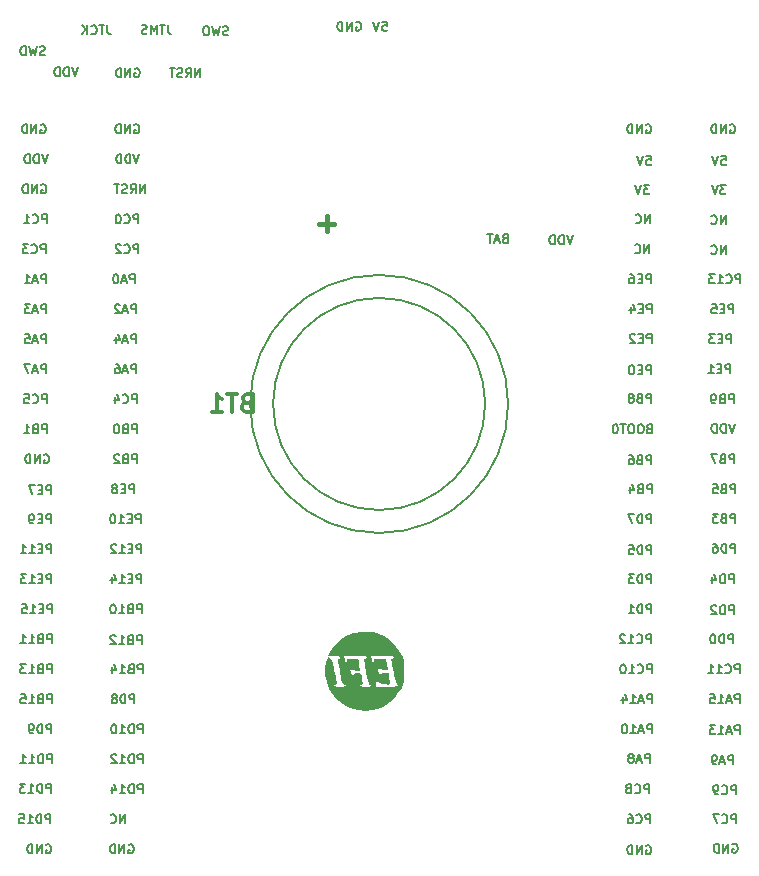
<source format=gbo>
G04 (created by PCBNEW (2013-mar-13)-testing) date Втр 25 Фев 2014 20:18:30*
%MOIN*%
G04 Gerber Fmt 3.4, Leading zero omitted, Abs format*
%FSLAX34Y34*%
G01*
G70*
G90*
G04 APERTURE LIST*
%ADD10C,0.005906*%
%ADD11C,0.006000*%
%ADD12C,0.015000*%
%ADD13C,0.007900*%
%ADD14C,0.000100*%
%ADD15C,0.012000*%
G04 APERTURE END LIST*
G54D10*
G54D11*
X38303Y-34775D02*
X38332Y-34760D01*
X38375Y-34760D01*
X38417Y-34775D01*
X38446Y-34803D01*
X38460Y-34832D01*
X38475Y-34889D01*
X38475Y-34932D01*
X38460Y-34989D01*
X38446Y-35017D01*
X38417Y-35046D01*
X38375Y-35060D01*
X38346Y-35060D01*
X38303Y-35046D01*
X38289Y-35032D01*
X38289Y-34932D01*
X38346Y-34932D01*
X38160Y-35060D02*
X38160Y-34760D01*
X37989Y-35060D01*
X37989Y-34760D01*
X37846Y-35060D02*
X37846Y-34760D01*
X37775Y-34760D01*
X37732Y-34775D01*
X37703Y-34803D01*
X37689Y-34832D01*
X37675Y-34889D01*
X37675Y-34932D01*
X37689Y-34989D01*
X37703Y-35017D01*
X37732Y-35046D01*
X37775Y-35060D01*
X37846Y-35060D01*
X36400Y-34735D02*
X36300Y-35035D01*
X36200Y-34735D01*
X36099Y-35035D02*
X36099Y-34735D01*
X36028Y-34735D01*
X35985Y-34750D01*
X35957Y-34778D01*
X35942Y-34807D01*
X35928Y-34864D01*
X35928Y-34907D01*
X35942Y-34964D01*
X35957Y-34992D01*
X35985Y-35021D01*
X36028Y-35035D01*
X36099Y-35035D01*
X35799Y-35035D02*
X35799Y-34735D01*
X35728Y-34735D01*
X35685Y-34750D01*
X35657Y-34778D01*
X35642Y-34807D01*
X35628Y-34864D01*
X35628Y-34907D01*
X35642Y-34964D01*
X35657Y-34992D01*
X35685Y-35021D01*
X35728Y-35035D01*
X35799Y-35035D01*
X40492Y-35060D02*
X40492Y-34760D01*
X40321Y-35060D01*
X40321Y-34760D01*
X40007Y-35060D02*
X40107Y-34917D01*
X40178Y-35060D02*
X40178Y-34760D01*
X40064Y-34760D01*
X40035Y-34775D01*
X40021Y-34789D01*
X40007Y-34817D01*
X40007Y-34860D01*
X40021Y-34889D01*
X40035Y-34903D01*
X40064Y-34917D01*
X40178Y-34917D01*
X39892Y-35046D02*
X39849Y-35060D01*
X39778Y-35060D01*
X39749Y-35046D01*
X39735Y-35032D01*
X39721Y-35003D01*
X39721Y-34975D01*
X39735Y-34946D01*
X39749Y-34932D01*
X39778Y-34917D01*
X39835Y-34903D01*
X39864Y-34889D01*
X39878Y-34875D01*
X39892Y-34846D01*
X39892Y-34817D01*
X39878Y-34789D01*
X39864Y-34775D01*
X39835Y-34760D01*
X39764Y-34760D01*
X39721Y-34775D01*
X39635Y-34760D02*
X39464Y-34760D01*
X39549Y-35060D02*
X39549Y-34760D01*
X35307Y-34321D02*
X35264Y-34335D01*
X35192Y-34335D01*
X35164Y-34321D01*
X35149Y-34307D01*
X35135Y-34278D01*
X35135Y-34250D01*
X35149Y-34221D01*
X35164Y-34207D01*
X35192Y-34192D01*
X35249Y-34178D01*
X35278Y-34164D01*
X35292Y-34150D01*
X35307Y-34121D01*
X35307Y-34092D01*
X35292Y-34064D01*
X35278Y-34050D01*
X35249Y-34035D01*
X35178Y-34035D01*
X35135Y-34050D01*
X35035Y-34035D02*
X34964Y-34335D01*
X34907Y-34121D01*
X34850Y-34335D01*
X34778Y-34035D01*
X34664Y-34335D02*
X34664Y-34035D01*
X34592Y-34035D01*
X34550Y-34050D01*
X34521Y-34078D01*
X34507Y-34107D01*
X34492Y-34164D01*
X34492Y-34207D01*
X34507Y-34264D01*
X34521Y-34292D01*
X34550Y-34321D01*
X34592Y-34335D01*
X34664Y-34335D01*
X39410Y-33310D02*
X39410Y-33525D01*
X39424Y-33567D01*
X39453Y-33596D01*
X39496Y-33610D01*
X39524Y-33610D01*
X39310Y-33310D02*
X39139Y-33310D01*
X39224Y-33610D02*
X39224Y-33310D01*
X39039Y-33610D02*
X39039Y-33310D01*
X38939Y-33525D01*
X38839Y-33310D01*
X38839Y-33610D01*
X38710Y-33596D02*
X38667Y-33610D01*
X38596Y-33610D01*
X38567Y-33596D01*
X38553Y-33582D01*
X38539Y-33553D01*
X38539Y-33525D01*
X38553Y-33496D01*
X38567Y-33482D01*
X38596Y-33467D01*
X38653Y-33453D01*
X38682Y-33439D01*
X38696Y-33425D01*
X38710Y-33396D01*
X38710Y-33367D01*
X38696Y-33339D01*
X38682Y-33325D01*
X38653Y-33310D01*
X38582Y-33310D01*
X38539Y-33325D01*
X41414Y-33646D02*
X41371Y-33660D01*
X41299Y-33660D01*
X41271Y-33646D01*
X41257Y-33632D01*
X41242Y-33603D01*
X41242Y-33575D01*
X41257Y-33546D01*
X41271Y-33532D01*
X41299Y-33517D01*
X41357Y-33503D01*
X41385Y-33489D01*
X41399Y-33475D01*
X41414Y-33446D01*
X41414Y-33417D01*
X41399Y-33389D01*
X41385Y-33375D01*
X41357Y-33360D01*
X41285Y-33360D01*
X41242Y-33375D01*
X41142Y-33360D02*
X41071Y-33660D01*
X41014Y-33446D01*
X40957Y-33660D01*
X40885Y-33360D01*
X40714Y-33360D02*
X40657Y-33360D01*
X40628Y-33375D01*
X40600Y-33403D01*
X40585Y-33460D01*
X40585Y-33560D01*
X40600Y-33617D01*
X40628Y-33646D01*
X40657Y-33660D01*
X40714Y-33660D01*
X40742Y-33646D01*
X40771Y-33617D01*
X40785Y-33560D01*
X40785Y-33460D01*
X40771Y-33403D01*
X40742Y-33375D01*
X40714Y-33360D01*
X37396Y-33335D02*
X37396Y-33550D01*
X37410Y-33592D01*
X37439Y-33621D01*
X37482Y-33635D01*
X37510Y-33635D01*
X37296Y-33335D02*
X37125Y-33335D01*
X37210Y-33635D02*
X37210Y-33335D01*
X36853Y-33607D02*
X36867Y-33621D01*
X36910Y-33635D01*
X36939Y-33635D01*
X36982Y-33621D01*
X37010Y-33592D01*
X37025Y-33564D01*
X37039Y-33507D01*
X37039Y-33464D01*
X37025Y-33407D01*
X37010Y-33378D01*
X36982Y-33350D01*
X36939Y-33335D01*
X36910Y-33335D01*
X36867Y-33350D01*
X36853Y-33364D01*
X36725Y-33635D02*
X36725Y-33335D01*
X36553Y-33635D02*
X36682Y-33464D01*
X36553Y-33335D02*
X36725Y-33507D01*
X45678Y-33225D02*
X45707Y-33210D01*
X45750Y-33210D01*
X45792Y-33225D01*
X45821Y-33253D01*
X45835Y-33282D01*
X45850Y-33339D01*
X45850Y-33382D01*
X45835Y-33439D01*
X45821Y-33467D01*
X45792Y-33496D01*
X45750Y-33510D01*
X45721Y-33510D01*
X45678Y-33496D01*
X45664Y-33482D01*
X45664Y-33382D01*
X45721Y-33382D01*
X45535Y-33510D02*
X45535Y-33210D01*
X45364Y-33510D01*
X45364Y-33210D01*
X45221Y-33510D02*
X45221Y-33210D01*
X45150Y-33210D01*
X45107Y-33225D01*
X45078Y-33253D01*
X45064Y-33282D01*
X45050Y-33339D01*
X45050Y-33382D01*
X45064Y-33439D01*
X45078Y-33467D01*
X45107Y-33496D01*
X45150Y-33510D01*
X45221Y-33510D01*
X46557Y-33210D02*
X46699Y-33210D01*
X46714Y-33353D01*
X46699Y-33339D01*
X46671Y-33325D01*
X46599Y-33325D01*
X46571Y-33339D01*
X46557Y-33353D01*
X46542Y-33382D01*
X46542Y-33453D01*
X46557Y-33482D01*
X46571Y-33496D01*
X46599Y-33510D01*
X46671Y-33510D01*
X46699Y-33496D01*
X46714Y-33482D01*
X46457Y-33210D02*
X46357Y-33510D01*
X46257Y-33210D01*
X50646Y-40428D02*
X50603Y-40442D01*
X50589Y-40457D01*
X50575Y-40485D01*
X50575Y-40528D01*
X50589Y-40557D01*
X50603Y-40571D01*
X50632Y-40585D01*
X50746Y-40585D01*
X50746Y-40285D01*
X50646Y-40285D01*
X50617Y-40300D01*
X50603Y-40314D01*
X50589Y-40342D01*
X50589Y-40371D01*
X50603Y-40400D01*
X50617Y-40414D01*
X50646Y-40428D01*
X50746Y-40428D01*
X50460Y-40500D02*
X50317Y-40500D01*
X50489Y-40585D02*
X50389Y-40285D01*
X50289Y-40585D01*
X50232Y-40285D02*
X50060Y-40285D01*
X50146Y-40585D02*
X50146Y-40285D01*
X52900Y-40335D02*
X52800Y-40635D01*
X52700Y-40335D01*
X52599Y-40635D02*
X52599Y-40335D01*
X52528Y-40335D01*
X52485Y-40350D01*
X52457Y-40378D01*
X52442Y-40407D01*
X52428Y-40464D01*
X52428Y-40507D01*
X52442Y-40564D01*
X52457Y-40592D01*
X52485Y-40621D01*
X52528Y-40635D01*
X52599Y-40635D01*
X52299Y-40635D02*
X52299Y-40335D01*
X52228Y-40335D01*
X52185Y-40350D01*
X52157Y-40378D01*
X52142Y-40407D01*
X52128Y-40464D01*
X52128Y-40507D01*
X52142Y-40564D01*
X52157Y-40592D01*
X52185Y-40621D01*
X52228Y-40635D01*
X52299Y-40635D01*
X38103Y-60650D02*
X38132Y-60635D01*
X38175Y-60635D01*
X38217Y-60650D01*
X38246Y-60678D01*
X38260Y-60707D01*
X38275Y-60764D01*
X38275Y-60807D01*
X38260Y-60864D01*
X38246Y-60892D01*
X38217Y-60921D01*
X38175Y-60935D01*
X38146Y-60935D01*
X38103Y-60921D01*
X38089Y-60907D01*
X38089Y-60807D01*
X38146Y-60807D01*
X37960Y-60935D02*
X37960Y-60635D01*
X37789Y-60935D01*
X37789Y-60635D01*
X37646Y-60935D02*
X37646Y-60635D01*
X37575Y-60635D01*
X37532Y-60650D01*
X37503Y-60678D01*
X37489Y-60707D01*
X37475Y-60764D01*
X37475Y-60807D01*
X37489Y-60864D01*
X37503Y-60892D01*
X37532Y-60921D01*
X37575Y-60935D01*
X37646Y-60935D01*
X37985Y-59935D02*
X37985Y-59635D01*
X37814Y-59935D01*
X37814Y-59635D01*
X37500Y-59907D02*
X37514Y-59921D01*
X37557Y-59935D01*
X37585Y-59935D01*
X37628Y-59921D01*
X37657Y-59892D01*
X37671Y-59864D01*
X37685Y-59807D01*
X37685Y-59764D01*
X37671Y-59707D01*
X37657Y-59678D01*
X37628Y-59650D01*
X37585Y-59635D01*
X37557Y-59635D01*
X37514Y-59650D01*
X37500Y-59664D01*
X38564Y-58935D02*
X38564Y-58635D01*
X38450Y-58635D01*
X38421Y-58650D01*
X38407Y-58664D01*
X38392Y-58692D01*
X38392Y-58735D01*
X38407Y-58764D01*
X38421Y-58778D01*
X38450Y-58792D01*
X38564Y-58792D01*
X38264Y-58935D02*
X38264Y-58635D01*
X38192Y-58635D01*
X38150Y-58650D01*
X38121Y-58678D01*
X38107Y-58707D01*
X38092Y-58764D01*
X38092Y-58807D01*
X38107Y-58864D01*
X38121Y-58892D01*
X38150Y-58921D01*
X38192Y-58935D01*
X38264Y-58935D01*
X37807Y-58935D02*
X37978Y-58935D01*
X37892Y-58935D02*
X37892Y-58635D01*
X37921Y-58678D01*
X37950Y-58707D01*
X37978Y-58721D01*
X37550Y-58735D02*
X37550Y-58935D01*
X37621Y-58621D02*
X37692Y-58835D01*
X37507Y-58835D01*
X38564Y-57935D02*
X38564Y-57635D01*
X38450Y-57635D01*
X38421Y-57650D01*
X38407Y-57664D01*
X38392Y-57692D01*
X38392Y-57735D01*
X38407Y-57764D01*
X38421Y-57778D01*
X38450Y-57792D01*
X38564Y-57792D01*
X38264Y-57935D02*
X38264Y-57635D01*
X38192Y-57635D01*
X38150Y-57650D01*
X38121Y-57678D01*
X38107Y-57707D01*
X38092Y-57764D01*
X38092Y-57807D01*
X38107Y-57864D01*
X38121Y-57892D01*
X38150Y-57921D01*
X38192Y-57935D01*
X38264Y-57935D01*
X37807Y-57935D02*
X37978Y-57935D01*
X37892Y-57935D02*
X37892Y-57635D01*
X37921Y-57678D01*
X37950Y-57707D01*
X37978Y-57721D01*
X37692Y-57664D02*
X37678Y-57650D01*
X37650Y-57635D01*
X37578Y-57635D01*
X37550Y-57650D01*
X37535Y-57664D01*
X37521Y-57692D01*
X37521Y-57721D01*
X37535Y-57764D01*
X37707Y-57935D01*
X37521Y-57935D01*
X38564Y-56935D02*
X38564Y-56635D01*
X38450Y-56635D01*
X38421Y-56650D01*
X38407Y-56664D01*
X38392Y-56692D01*
X38392Y-56735D01*
X38407Y-56764D01*
X38421Y-56778D01*
X38450Y-56792D01*
X38564Y-56792D01*
X38264Y-56935D02*
X38264Y-56635D01*
X38192Y-56635D01*
X38150Y-56650D01*
X38121Y-56678D01*
X38107Y-56707D01*
X38092Y-56764D01*
X38092Y-56807D01*
X38107Y-56864D01*
X38121Y-56892D01*
X38150Y-56921D01*
X38192Y-56935D01*
X38264Y-56935D01*
X37807Y-56935D02*
X37978Y-56935D01*
X37892Y-56935D02*
X37892Y-56635D01*
X37921Y-56678D01*
X37950Y-56707D01*
X37978Y-56721D01*
X37621Y-56635D02*
X37592Y-56635D01*
X37564Y-56650D01*
X37550Y-56664D01*
X37535Y-56692D01*
X37521Y-56750D01*
X37521Y-56821D01*
X37535Y-56878D01*
X37550Y-56907D01*
X37564Y-56921D01*
X37592Y-56935D01*
X37621Y-56935D01*
X37650Y-56921D01*
X37664Y-56907D01*
X37678Y-56878D01*
X37692Y-56821D01*
X37692Y-56750D01*
X37678Y-56692D01*
X37664Y-56664D01*
X37650Y-56650D01*
X37621Y-56635D01*
X38296Y-55935D02*
X38296Y-55635D01*
X38182Y-55635D01*
X38153Y-55650D01*
X38139Y-55664D01*
X38125Y-55692D01*
X38125Y-55735D01*
X38139Y-55764D01*
X38153Y-55778D01*
X38182Y-55792D01*
X38296Y-55792D01*
X37996Y-55935D02*
X37996Y-55635D01*
X37925Y-55635D01*
X37882Y-55650D01*
X37853Y-55678D01*
X37839Y-55707D01*
X37825Y-55764D01*
X37825Y-55807D01*
X37839Y-55864D01*
X37853Y-55892D01*
X37882Y-55921D01*
X37925Y-55935D01*
X37996Y-55935D01*
X37653Y-55764D02*
X37682Y-55750D01*
X37696Y-55735D01*
X37710Y-55707D01*
X37710Y-55692D01*
X37696Y-55664D01*
X37682Y-55650D01*
X37653Y-55635D01*
X37596Y-55635D01*
X37567Y-55650D01*
X37553Y-55664D01*
X37539Y-55692D01*
X37539Y-55707D01*
X37553Y-55735D01*
X37567Y-55750D01*
X37596Y-55764D01*
X37653Y-55764D01*
X37682Y-55778D01*
X37696Y-55792D01*
X37710Y-55821D01*
X37710Y-55878D01*
X37696Y-55907D01*
X37682Y-55921D01*
X37653Y-55935D01*
X37596Y-55935D01*
X37567Y-55921D01*
X37553Y-55907D01*
X37539Y-55878D01*
X37539Y-55821D01*
X37553Y-55792D01*
X37567Y-55778D01*
X37596Y-55764D01*
X38564Y-54935D02*
X38564Y-54635D01*
X38450Y-54635D01*
X38421Y-54650D01*
X38407Y-54664D01*
X38392Y-54692D01*
X38392Y-54735D01*
X38407Y-54764D01*
X38421Y-54778D01*
X38450Y-54792D01*
X38564Y-54792D01*
X38164Y-54778D02*
X38121Y-54792D01*
X38107Y-54807D01*
X38092Y-54835D01*
X38092Y-54878D01*
X38107Y-54907D01*
X38121Y-54921D01*
X38150Y-54935D01*
X38264Y-54935D01*
X38264Y-54635D01*
X38164Y-54635D01*
X38135Y-54650D01*
X38121Y-54664D01*
X38107Y-54692D01*
X38107Y-54721D01*
X38121Y-54750D01*
X38135Y-54764D01*
X38164Y-54778D01*
X38264Y-54778D01*
X37807Y-54935D02*
X37978Y-54935D01*
X37892Y-54935D02*
X37892Y-54635D01*
X37921Y-54678D01*
X37950Y-54707D01*
X37978Y-54721D01*
X37550Y-54735D02*
X37550Y-54935D01*
X37621Y-54621D02*
X37692Y-54835D01*
X37507Y-54835D01*
X38539Y-53960D02*
X38539Y-53660D01*
X38425Y-53660D01*
X38396Y-53675D01*
X38382Y-53689D01*
X38367Y-53717D01*
X38367Y-53760D01*
X38382Y-53789D01*
X38396Y-53803D01*
X38425Y-53817D01*
X38539Y-53817D01*
X38139Y-53803D02*
X38096Y-53817D01*
X38082Y-53832D01*
X38067Y-53860D01*
X38067Y-53903D01*
X38082Y-53932D01*
X38096Y-53946D01*
X38125Y-53960D01*
X38239Y-53960D01*
X38239Y-53660D01*
X38139Y-53660D01*
X38110Y-53675D01*
X38096Y-53689D01*
X38082Y-53717D01*
X38082Y-53746D01*
X38096Y-53775D01*
X38110Y-53789D01*
X38139Y-53803D01*
X38239Y-53803D01*
X37782Y-53960D02*
X37953Y-53960D01*
X37867Y-53960D02*
X37867Y-53660D01*
X37896Y-53703D01*
X37925Y-53732D01*
X37953Y-53746D01*
X37667Y-53689D02*
X37653Y-53675D01*
X37625Y-53660D01*
X37553Y-53660D01*
X37525Y-53675D01*
X37510Y-53689D01*
X37496Y-53717D01*
X37496Y-53746D01*
X37510Y-53789D01*
X37682Y-53960D01*
X37496Y-53960D01*
X38539Y-52935D02*
X38539Y-52635D01*
X38425Y-52635D01*
X38396Y-52650D01*
X38382Y-52664D01*
X38367Y-52692D01*
X38367Y-52735D01*
X38382Y-52764D01*
X38396Y-52778D01*
X38425Y-52792D01*
X38539Y-52792D01*
X38139Y-52778D02*
X38096Y-52792D01*
X38082Y-52807D01*
X38067Y-52835D01*
X38067Y-52878D01*
X38082Y-52907D01*
X38096Y-52921D01*
X38125Y-52935D01*
X38239Y-52935D01*
X38239Y-52635D01*
X38139Y-52635D01*
X38110Y-52650D01*
X38096Y-52664D01*
X38082Y-52692D01*
X38082Y-52721D01*
X38096Y-52750D01*
X38110Y-52764D01*
X38139Y-52778D01*
X38239Y-52778D01*
X37782Y-52935D02*
X37953Y-52935D01*
X37867Y-52935D02*
X37867Y-52635D01*
X37896Y-52678D01*
X37925Y-52707D01*
X37953Y-52721D01*
X37596Y-52635D02*
X37567Y-52635D01*
X37539Y-52650D01*
X37525Y-52664D01*
X37510Y-52692D01*
X37496Y-52750D01*
X37496Y-52821D01*
X37510Y-52878D01*
X37525Y-52907D01*
X37539Y-52921D01*
X37567Y-52935D01*
X37596Y-52935D01*
X37625Y-52921D01*
X37639Y-52907D01*
X37653Y-52878D01*
X37667Y-52821D01*
X37667Y-52750D01*
X37653Y-52692D01*
X37639Y-52664D01*
X37625Y-52650D01*
X37596Y-52635D01*
X38524Y-51935D02*
X38524Y-51635D01*
X38410Y-51635D01*
X38382Y-51650D01*
X38367Y-51664D01*
X38353Y-51692D01*
X38353Y-51735D01*
X38367Y-51764D01*
X38382Y-51778D01*
X38410Y-51792D01*
X38524Y-51792D01*
X38224Y-51778D02*
X38124Y-51778D01*
X38082Y-51935D02*
X38224Y-51935D01*
X38224Y-51635D01*
X38082Y-51635D01*
X37796Y-51935D02*
X37967Y-51935D01*
X37882Y-51935D02*
X37882Y-51635D01*
X37910Y-51678D01*
X37939Y-51707D01*
X37967Y-51721D01*
X37539Y-51735D02*
X37539Y-51935D01*
X37610Y-51621D02*
X37682Y-51835D01*
X37496Y-51835D01*
X38524Y-50935D02*
X38524Y-50635D01*
X38410Y-50635D01*
X38382Y-50650D01*
X38367Y-50664D01*
X38353Y-50692D01*
X38353Y-50735D01*
X38367Y-50764D01*
X38382Y-50778D01*
X38410Y-50792D01*
X38524Y-50792D01*
X38224Y-50778D02*
X38124Y-50778D01*
X38082Y-50935D02*
X38224Y-50935D01*
X38224Y-50635D01*
X38082Y-50635D01*
X37796Y-50935D02*
X37967Y-50935D01*
X37882Y-50935D02*
X37882Y-50635D01*
X37910Y-50678D01*
X37939Y-50707D01*
X37967Y-50721D01*
X37682Y-50664D02*
X37667Y-50650D01*
X37639Y-50635D01*
X37567Y-50635D01*
X37539Y-50650D01*
X37524Y-50664D01*
X37510Y-50692D01*
X37510Y-50721D01*
X37524Y-50764D01*
X37696Y-50935D01*
X37510Y-50935D01*
X38499Y-49935D02*
X38499Y-49635D01*
X38385Y-49635D01*
X38357Y-49650D01*
X38342Y-49664D01*
X38328Y-49692D01*
X38328Y-49735D01*
X38342Y-49764D01*
X38357Y-49778D01*
X38385Y-49792D01*
X38499Y-49792D01*
X38199Y-49778D02*
X38099Y-49778D01*
X38057Y-49935D02*
X38199Y-49935D01*
X38199Y-49635D01*
X38057Y-49635D01*
X37771Y-49935D02*
X37942Y-49935D01*
X37857Y-49935D02*
X37857Y-49635D01*
X37885Y-49678D01*
X37914Y-49707D01*
X37942Y-49721D01*
X37585Y-49635D02*
X37557Y-49635D01*
X37528Y-49650D01*
X37514Y-49664D01*
X37499Y-49692D01*
X37485Y-49750D01*
X37485Y-49821D01*
X37499Y-49878D01*
X37514Y-49907D01*
X37528Y-49921D01*
X37557Y-49935D01*
X37585Y-49935D01*
X37614Y-49921D01*
X37628Y-49907D01*
X37642Y-49878D01*
X37657Y-49821D01*
X37657Y-49750D01*
X37642Y-49692D01*
X37628Y-49664D01*
X37614Y-49650D01*
X37585Y-49635D01*
X38282Y-48935D02*
X38282Y-48635D01*
X38167Y-48635D01*
X38139Y-48650D01*
X38125Y-48664D01*
X38110Y-48692D01*
X38110Y-48735D01*
X38125Y-48764D01*
X38139Y-48778D01*
X38167Y-48792D01*
X38282Y-48792D01*
X37982Y-48778D02*
X37882Y-48778D01*
X37839Y-48935D02*
X37982Y-48935D01*
X37982Y-48635D01*
X37839Y-48635D01*
X37667Y-48764D02*
X37696Y-48750D01*
X37710Y-48735D01*
X37724Y-48707D01*
X37724Y-48692D01*
X37710Y-48664D01*
X37696Y-48650D01*
X37667Y-48635D01*
X37610Y-48635D01*
X37582Y-48650D01*
X37567Y-48664D01*
X37553Y-48692D01*
X37553Y-48707D01*
X37567Y-48735D01*
X37582Y-48750D01*
X37610Y-48764D01*
X37667Y-48764D01*
X37696Y-48778D01*
X37710Y-48792D01*
X37724Y-48821D01*
X37724Y-48878D01*
X37710Y-48907D01*
X37696Y-48921D01*
X37667Y-48935D01*
X37610Y-48935D01*
X37582Y-48921D01*
X37567Y-48907D01*
X37553Y-48878D01*
X37553Y-48821D01*
X37567Y-48792D01*
X37582Y-48778D01*
X37610Y-48764D01*
X35278Y-47650D02*
X35307Y-47635D01*
X35350Y-47635D01*
X35392Y-47650D01*
X35421Y-47678D01*
X35435Y-47707D01*
X35450Y-47764D01*
X35450Y-47807D01*
X35435Y-47864D01*
X35421Y-47892D01*
X35392Y-47921D01*
X35350Y-47935D01*
X35321Y-47935D01*
X35278Y-47921D01*
X35264Y-47907D01*
X35264Y-47807D01*
X35321Y-47807D01*
X35135Y-47935D02*
X35135Y-47635D01*
X34964Y-47935D01*
X34964Y-47635D01*
X34821Y-47935D02*
X34821Y-47635D01*
X34750Y-47635D01*
X34707Y-47650D01*
X34678Y-47678D01*
X34664Y-47707D01*
X34650Y-47764D01*
X34650Y-47807D01*
X34664Y-47864D01*
X34678Y-47892D01*
X34707Y-47921D01*
X34750Y-47935D01*
X34821Y-47935D01*
X35489Y-59935D02*
X35489Y-59635D01*
X35375Y-59635D01*
X35346Y-59650D01*
X35332Y-59664D01*
X35317Y-59692D01*
X35317Y-59735D01*
X35332Y-59764D01*
X35346Y-59778D01*
X35375Y-59792D01*
X35489Y-59792D01*
X35189Y-59935D02*
X35189Y-59635D01*
X35117Y-59635D01*
X35075Y-59650D01*
X35046Y-59678D01*
X35032Y-59707D01*
X35017Y-59764D01*
X35017Y-59807D01*
X35032Y-59864D01*
X35046Y-59892D01*
X35075Y-59921D01*
X35117Y-59935D01*
X35189Y-59935D01*
X34732Y-59935D02*
X34903Y-59935D01*
X34817Y-59935D02*
X34817Y-59635D01*
X34846Y-59678D01*
X34875Y-59707D01*
X34903Y-59721D01*
X34460Y-59635D02*
X34603Y-59635D01*
X34617Y-59778D01*
X34603Y-59764D01*
X34575Y-59750D01*
X34503Y-59750D01*
X34475Y-59764D01*
X34460Y-59778D01*
X34446Y-59807D01*
X34446Y-59878D01*
X34460Y-59907D01*
X34475Y-59921D01*
X34503Y-59935D01*
X34575Y-59935D01*
X34603Y-59921D01*
X34617Y-59907D01*
X35514Y-58910D02*
X35514Y-58610D01*
X35400Y-58610D01*
X35371Y-58625D01*
X35357Y-58639D01*
X35342Y-58667D01*
X35342Y-58710D01*
X35357Y-58739D01*
X35371Y-58753D01*
X35400Y-58767D01*
X35514Y-58767D01*
X35214Y-58910D02*
X35214Y-58610D01*
X35142Y-58610D01*
X35100Y-58625D01*
X35071Y-58653D01*
X35057Y-58682D01*
X35042Y-58739D01*
X35042Y-58782D01*
X35057Y-58839D01*
X35071Y-58867D01*
X35100Y-58896D01*
X35142Y-58910D01*
X35214Y-58910D01*
X34757Y-58910D02*
X34928Y-58910D01*
X34842Y-58910D02*
X34842Y-58610D01*
X34871Y-58653D01*
X34900Y-58682D01*
X34928Y-58696D01*
X34657Y-58610D02*
X34471Y-58610D01*
X34571Y-58725D01*
X34528Y-58725D01*
X34500Y-58739D01*
X34485Y-58753D01*
X34471Y-58782D01*
X34471Y-58853D01*
X34485Y-58882D01*
X34500Y-58896D01*
X34528Y-58910D01*
X34614Y-58910D01*
X34642Y-58896D01*
X34657Y-58882D01*
X35539Y-57935D02*
X35539Y-57635D01*
X35425Y-57635D01*
X35396Y-57650D01*
X35382Y-57664D01*
X35367Y-57692D01*
X35367Y-57735D01*
X35382Y-57764D01*
X35396Y-57778D01*
X35425Y-57792D01*
X35539Y-57792D01*
X35239Y-57935D02*
X35239Y-57635D01*
X35167Y-57635D01*
X35125Y-57650D01*
X35096Y-57678D01*
X35082Y-57707D01*
X35067Y-57764D01*
X35067Y-57807D01*
X35082Y-57864D01*
X35096Y-57892D01*
X35125Y-57921D01*
X35167Y-57935D01*
X35239Y-57935D01*
X34782Y-57935D02*
X34953Y-57935D01*
X34867Y-57935D02*
X34867Y-57635D01*
X34896Y-57678D01*
X34925Y-57707D01*
X34953Y-57721D01*
X34496Y-57935D02*
X34667Y-57935D01*
X34582Y-57935D02*
X34582Y-57635D01*
X34610Y-57678D01*
X34639Y-57707D01*
X34667Y-57721D01*
X35521Y-56935D02*
X35521Y-56635D01*
X35407Y-56635D01*
X35378Y-56650D01*
X35364Y-56664D01*
X35350Y-56692D01*
X35350Y-56735D01*
X35364Y-56764D01*
X35378Y-56778D01*
X35407Y-56792D01*
X35521Y-56792D01*
X35221Y-56935D02*
X35221Y-56635D01*
X35150Y-56635D01*
X35107Y-56650D01*
X35078Y-56678D01*
X35064Y-56707D01*
X35050Y-56764D01*
X35050Y-56807D01*
X35064Y-56864D01*
X35078Y-56892D01*
X35107Y-56921D01*
X35150Y-56935D01*
X35221Y-56935D01*
X34907Y-56935D02*
X34850Y-56935D01*
X34821Y-56921D01*
X34807Y-56907D01*
X34778Y-56864D01*
X34764Y-56807D01*
X34764Y-56692D01*
X34778Y-56664D01*
X34792Y-56650D01*
X34821Y-56635D01*
X34878Y-56635D01*
X34907Y-56650D01*
X34921Y-56664D01*
X34935Y-56692D01*
X34935Y-56764D01*
X34921Y-56792D01*
X34907Y-56807D01*
X34878Y-56821D01*
X34821Y-56821D01*
X34792Y-56807D01*
X34778Y-56792D01*
X34764Y-56764D01*
X35539Y-55935D02*
X35539Y-55635D01*
X35425Y-55635D01*
X35396Y-55650D01*
X35382Y-55664D01*
X35367Y-55692D01*
X35367Y-55735D01*
X35382Y-55764D01*
X35396Y-55778D01*
X35425Y-55792D01*
X35539Y-55792D01*
X35139Y-55778D02*
X35096Y-55792D01*
X35082Y-55807D01*
X35067Y-55835D01*
X35067Y-55878D01*
X35082Y-55907D01*
X35096Y-55921D01*
X35125Y-55935D01*
X35239Y-55935D01*
X35239Y-55635D01*
X35139Y-55635D01*
X35110Y-55650D01*
X35096Y-55664D01*
X35082Y-55692D01*
X35082Y-55721D01*
X35096Y-55750D01*
X35110Y-55764D01*
X35139Y-55778D01*
X35239Y-55778D01*
X34782Y-55935D02*
X34953Y-55935D01*
X34867Y-55935D02*
X34867Y-55635D01*
X34896Y-55678D01*
X34925Y-55707D01*
X34953Y-55721D01*
X34510Y-55635D02*
X34653Y-55635D01*
X34667Y-55778D01*
X34653Y-55764D01*
X34625Y-55750D01*
X34553Y-55750D01*
X34525Y-55764D01*
X34510Y-55778D01*
X34496Y-55807D01*
X34496Y-55878D01*
X34510Y-55907D01*
X34525Y-55921D01*
X34553Y-55935D01*
X34625Y-55935D01*
X34653Y-55921D01*
X34667Y-55907D01*
X35539Y-54935D02*
X35539Y-54635D01*
X35425Y-54635D01*
X35396Y-54650D01*
X35382Y-54664D01*
X35367Y-54692D01*
X35367Y-54735D01*
X35382Y-54764D01*
X35396Y-54778D01*
X35425Y-54792D01*
X35539Y-54792D01*
X35139Y-54778D02*
X35096Y-54792D01*
X35082Y-54807D01*
X35067Y-54835D01*
X35067Y-54878D01*
X35082Y-54907D01*
X35096Y-54921D01*
X35125Y-54935D01*
X35239Y-54935D01*
X35239Y-54635D01*
X35139Y-54635D01*
X35110Y-54650D01*
X35096Y-54664D01*
X35082Y-54692D01*
X35082Y-54721D01*
X35096Y-54750D01*
X35110Y-54764D01*
X35139Y-54778D01*
X35239Y-54778D01*
X34782Y-54935D02*
X34953Y-54935D01*
X34867Y-54935D02*
X34867Y-54635D01*
X34896Y-54678D01*
X34925Y-54707D01*
X34953Y-54721D01*
X34682Y-54635D02*
X34496Y-54635D01*
X34596Y-54750D01*
X34553Y-54750D01*
X34525Y-54764D01*
X34510Y-54778D01*
X34496Y-54807D01*
X34496Y-54878D01*
X34510Y-54907D01*
X34525Y-54921D01*
X34553Y-54935D01*
X34639Y-54935D01*
X34667Y-54921D01*
X34682Y-54907D01*
X35539Y-53935D02*
X35539Y-53635D01*
X35425Y-53635D01*
X35396Y-53650D01*
X35382Y-53664D01*
X35367Y-53692D01*
X35367Y-53735D01*
X35382Y-53764D01*
X35396Y-53778D01*
X35425Y-53792D01*
X35539Y-53792D01*
X35139Y-53778D02*
X35096Y-53792D01*
X35082Y-53807D01*
X35067Y-53835D01*
X35067Y-53878D01*
X35082Y-53907D01*
X35096Y-53921D01*
X35125Y-53935D01*
X35239Y-53935D01*
X35239Y-53635D01*
X35139Y-53635D01*
X35110Y-53650D01*
X35096Y-53664D01*
X35082Y-53692D01*
X35082Y-53721D01*
X35096Y-53750D01*
X35110Y-53764D01*
X35139Y-53778D01*
X35239Y-53778D01*
X34782Y-53935D02*
X34953Y-53935D01*
X34867Y-53935D02*
X34867Y-53635D01*
X34896Y-53678D01*
X34925Y-53707D01*
X34953Y-53721D01*
X34496Y-53935D02*
X34667Y-53935D01*
X34582Y-53935D02*
X34582Y-53635D01*
X34610Y-53678D01*
X34639Y-53707D01*
X34667Y-53721D01*
X35549Y-52935D02*
X35549Y-52635D01*
X35435Y-52635D01*
X35407Y-52650D01*
X35392Y-52664D01*
X35378Y-52692D01*
X35378Y-52735D01*
X35392Y-52764D01*
X35407Y-52778D01*
X35435Y-52792D01*
X35549Y-52792D01*
X35249Y-52778D02*
X35149Y-52778D01*
X35107Y-52935D02*
X35249Y-52935D01*
X35249Y-52635D01*
X35107Y-52635D01*
X34821Y-52935D02*
X34992Y-52935D01*
X34907Y-52935D02*
X34907Y-52635D01*
X34935Y-52678D01*
X34964Y-52707D01*
X34992Y-52721D01*
X34549Y-52635D02*
X34692Y-52635D01*
X34707Y-52778D01*
X34692Y-52764D01*
X34664Y-52750D01*
X34592Y-52750D01*
X34564Y-52764D01*
X34549Y-52778D01*
X34535Y-52807D01*
X34535Y-52878D01*
X34549Y-52907D01*
X34564Y-52921D01*
X34592Y-52935D01*
X34664Y-52935D01*
X34692Y-52921D01*
X34707Y-52907D01*
X35524Y-51935D02*
X35524Y-51635D01*
X35410Y-51635D01*
X35382Y-51650D01*
X35367Y-51664D01*
X35353Y-51692D01*
X35353Y-51735D01*
X35367Y-51764D01*
X35382Y-51778D01*
X35410Y-51792D01*
X35524Y-51792D01*
X35224Y-51778D02*
X35124Y-51778D01*
X35082Y-51935D02*
X35224Y-51935D01*
X35224Y-51635D01*
X35082Y-51635D01*
X34796Y-51935D02*
X34967Y-51935D01*
X34882Y-51935D02*
X34882Y-51635D01*
X34910Y-51678D01*
X34939Y-51707D01*
X34967Y-51721D01*
X34696Y-51635D02*
X34510Y-51635D01*
X34610Y-51750D01*
X34567Y-51750D01*
X34539Y-51764D01*
X34524Y-51778D01*
X34510Y-51807D01*
X34510Y-51878D01*
X34524Y-51907D01*
X34539Y-51921D01*
X34567Y-51935D01*
X34653Y-51935D01*
X34682Y-51921D01*
X34696Y-51907D01*
X35524Y-50935D02*
X35524Y-50635D01*
X35410Y-50635D01*
X35382Y-50650D01*
X35367Y-50664D01*
X35353Y-50692D01*
X35353Y-50735D01*
X35367Y-50764D01*
X35382Y-50778D01*
X35410Y-50792D01*
X35524Y-50792D01*
X35224Y-50778D02*
X35124Y-50778D01*
X35082Y-50935D02*
X35224Y-50935D01*
X35224Y-50635D01*
X35082Y-50635D01*
X34796Y-50935D02*
X34967Y-50935D01*
X34882Y-50935D02*
X34882Y-50635D01*
X34910Y-50678D01*
X34939Y-50707D01*
X34967Y-50721D01*
X34510Y-50935D02*
X34682Y-50935D01*
X34596Y-50935D02*
X34596Y-50635D01*
X34624Y-50678D01*
X34653Y-50707D01*
X34682Y-50721D01*
X35507Y-49935D02*
X35507Y-49635D01*
X35392Y-49635D01*
X35364Y-49650D01*
X35350Y-49664D01*
X35335Y-49692D01*
X35335Y-49735D01*
X35350Y-49764D01*
X35364Y-49778D01*
X35392Y-49792D01*
X35507Y-49792D01*
X35207Y-49778D02*
X35107Y-49778D01*
X35064Y-49935D02*
X35207Y-49935D01*
X35207Y-49635D01*
X35064Y-49635D01*
X34921Y-49935D02*
X34864Y-49935D01*
X34835Y-49921D01*
X34821Y-49907D01*
X34792Y-49864D01*
X34778Y-49807D01*
X34778Y-49692D01*
X34792Y-49664D01*
X34807Y-49650D01*
X34835Y-49635D01*
X34892Y-49635D01*
X34921Y-49650D01*
X34935Y-49664D01*
X34949Y-49692D01*
X34949Y-49764D01*
X34935Y-49792D01*
X34921Y-49807D01*
X34892Y-49821D01*
X34835Y-49821D01*
X34807Y-49807D01*
X34792Y-49792D01*
X34778Y-49764D01*
X35507Y-48960D02*
X35507Y-48660D01*
X35392Y-48660D01*
X35364Y-48675D01*
X35350Y-48689D01*
X35335Y-48717D01*
X35335Y-48760D01*
X35350Y-48789D01*
X35364Y-48803D01*
X35392Y-48817D01*
X35507Y-48817D01*
X35207Y-48803D02*
X35107Y-48803D01*
X35064Y-48960D02*
X35207Y-48960D01*
X35207Y-48660D01*
X35064Y-48660D01*
X34964Y-48660D02*
X34764Y-48660D01*
X34892Y-48960D01*
X35353Y-60650D02*
X35382Y-60635D01*
X35425Y-60635D01*
X35467Y-60650D01*
X35496Y-60678D01*
X35510Y-60707D01*
X35525Y-60764D01*
X35525Y-60807D01*
X35510Y-60864D01*
X35496Y-60892D01*
X35467Y-60921D01*
X35425Y-60935D01*
X35396Y-60935D01*
X35353Y-60921D01*
X35339Y-60907D01*
X35339Y-60807D01*
X35396Y-60807D01*
X35210Y-60935D02*
X35210Y-60635D01*
X35039Y-60935D01*
X35039Y-60635D01*
X34896Y-60935D02*
X34896Y-60635D01*
X34825Y-60635D01*
X34782Y-60650D01*
X34753Y-60678D01*
X34739Y-60707D01*
X34725Y-60764D01*
X34725Y-60807D01*
X34739Y-60864D01*
X34753Y-60892D01*
X34782Y-60921D01*
X34825Y-60935D01*
X34896Y-60935D01*
X58010Y-40960D02*
X58010Y-40660D01*
X57839Y-40960D01*
X57839Y-40660D01*
X57525Y-40932D02*
X57539Y-40946D01*
X57582Y-40960D01*
X57610Y-40960D01*
X57653Y-40946D01*
X57682Y-40917D01*
X57696Y-40889D01*
X57710Y-40832D01*
X57710Y-40789D01*
X57696Y-40732D01*
X57682Y-40703D01*
X57653Y-40675D01*
X57610Y-40660D01*
X57582Y-40660D01*
X57539Y-40675D01*
X57525Y-40689D01*
X55460Y-40935D02*
X55460Y-40635D01*
X55289Y-40935D01*
X55289Y-40635D01*
X54975Y-40907D02*
X54989Y-40921D01*
X55032Y-40935D01*
X55060Y-40935D01*
X55103Y-40921D01*
X55132Y-40892D01*
X55146Y-40864D01*
X55160Y-40807D01*
X55160Y-40764D01*
X55146Y-40707D01*
X55132Y-40678D01*
X55103Y-40650D01*
X55060Y-40635D01*
X55032Y-40635D01*
X54989Y-40650D01*
X54975Y-40664D01*
X55485Y-39935D02*
X55485Y-39635D01*
X55314Y-39935D01*
X55314Y-39635D01*
X55000Y-39907D02*
X55014Y-39921D01*
X55057Y-39935D01*
X55085Y-39935D01*
X55128Y-39921D01*
X55157Y-39892D01*
X55171Y-39864D01*
X55185Y-39807D01*
X55185Y-39764D01*
X55171Y-39707D01*
X55157Y-39678D01*
X55128Y-39650D01*
X55085Y-39635D01*
X55057Y-39635D01*
X55014Y-39650D01*
X55000Y-39664D01*
X55453Y-38660D02*
X55267Y-38660D01*
X55367Y-38775D01*
X55324Y-38775D01*
X55296Y-38789D01*
X55282Y-38803D01*
X55267Y-38832D01*
X55267Y-38903D01*
X55282Y-38932D01*
X55296Y-38946D01*
X55324Y-38960D01*
X55410Y-38960D01*
X55439Y-38946D01*
X55453Y-38932D01*
X55182Y-38660D02*
X55082Y-38960D01*
X54982Y-38660D01*
X55357Y-37685D02*
X55499Y-37685D01*
X55514Y-37828D01*
X55499Y-37814D01*
X55471Y-37800D01*
X55399Y-37800D01*
X55371Y-37814D01*
X55357Y-37828D01*
X55342Y-37857D01*
X55342Y-37928D01*
X55357Y-37957D01*
X55371Y-37971D01*
X55399Y-37985D01*
X55471Y-37985D01*
X55499Y-37971D01*
X55514Y-37957D01*
X55257Y-37685D02*
X55157Y-37985D01*
X55057Y-37685D01*
X55353Y-36650D02*
X55382Y-36635D01*
X55425Y-36635D01*
X55467Y-36650D01*
X55496Y-36678D01*
X55510Y-36707D01*
X55525Y-36764D01*
X55525Y-36807D01*
X55510Y-36864D01*
X55496Y-36892D01*
X55467Y-36921D01*
X55425Y-36935D01*
X55396Y-36935D01*
X55353Y-36921D01*
X55339Y-36907D01*
X55339Y-36807D01*
X55396Y-36807D01*
X55210Y-36935D02*
X55210Y-36635D01*
X55039Y-36935D01*
X55039Y-36635D01*
X54896Y-36935D02*
X54896Y-36635D01*
X54825Y-36635D01*
X54782Y-36650D01*
X54753Y-36678D01*
X54739Y-36707D01*
X54725Y-36764D01*
X54725Y-36807D01*
X54739Y-36864D01*
X54753Y-36892D01*
X54782Y-36921D01*
X54825Y-36935D01*
X54896Y-36935D01*
X58153Y-36650D02*
X58182Y-36635D01*
X58225Y-36635D01*
X58267Y-36650D01*
X58296Y-36678D01*
X58310Y-36707D01*
X58325Y-36764D01*
X58325Y-36807D01*
X58310Y-36864D01*
X58296Y-36892D01*
X58267Y-36921D01*
X58225Y-36935D01*
X58196Y-36935D01*
X58153Y-36921D01*
X58139Y-36907D01*
X58139Y-36807D01*
X58196Y-36807D01*
X58010Y-36935D02*
X58010Y-36635D01*
X57839Y-36935D01*
X57839Y-36635D01*
X57696Y-36935D02*
X57696Y-36635D01*
X57625Y-36635D01*
X57582Y-36650D01*
X57553Y-36678D01*
X57539Y-36707D01*
X57525Y-36764D01*
X57525Y-36807D01*
X57539Y-36864D01*
X57553Y-36892D01*
X57582Y-36921D01*
X57625Y-36935D01*
X57696Y-36935D01*
X55507Y-41935D02*
X55507Y-41635D01*
X55392Y-41635D01*
X55364Y-41650D01*
X55350Y-41664D01*
X55335Y-41692D01*
X55335Y-41735D01*
X55350Y-41764D01*
X55364Y-41778D01*
X55392Y-41792D01*
X55507Y-41792D01*
X55207Y-41778D02*
X55107Y-41778D01*
X55064Y-41935D02*
X55207Y-41935D01*
X55207Y-41635D01*
X55064Y-41635D01*
X54807Y-41635D02*
X54864Y-41635D01*
X54892Y-41650D01*
X54907Y-41664D01*
X54935Y-41707D01*
X54949Y-41764D01*
X54949Y-41878D01*
X54935Y-41907D01*
X54921Y-41921D01*
X54892Y-41935D01*
X54835Y-41935D01*
X54807Y-41921D01*
X54792Y-41907D01*
X54778Y-41878D01*
X54778Y-41807D01*
X54792Y-41778D01*
X54807Y-41764D01*
X54835Y-41750D01*
X54892Y-41750D01*
X54921Y-41764D01*
X54935Y-41778D01*
X54949Y-41807D01*
X55532Y-42935D02*
X55532Y-42635D01*
X55417Y-42635D01*
X55389Y-42650D01*
X55375Y-42664D01*
X55360Y-42692D01*
X55360Y-42735D01*
X55375Y-42764D01*
X55389Y-42778D01*
X55417Y-42792D01*
X55532Y-42792D01*
X55232Y-42778D02*
X55132Y-42778D01*
X55089Y-42935D02*
X55232Y-42935D01*
X55232Y-42635D01*
X55089Y-42635D01*
X54832Y-42735D02*
X54832Y-42935D01*
X54903Y-42621D02*
X54974Y-42835D01*
X54789Y-42835D01*
X55532Y-43910D02*
X55532Y-43610D01*
X55417Y-43610D01*
X55389Y-43625D01*
X55375Y-43639D01*
X55360Y-43667D01*
X55360Y-43710D01*
X55375Y-43739D01*
X55389Y-43753D01*
X55417Y-43767D01*
X55532Y-43767D01*
X55232Y-43753D02*
X55132Y-43753D01*
X55089Y-43910D02*
X55232Y-43910D01*
X55232Y-43610D01*
X55089Y-43610D01*
X54974Y-43639D02*
X54960Y-43625D01*
X54932Y-43610D01*
X54860Y-43610D01*
X54832Y-43625D01*
X54817Y-43639D01*
X54803Y-43667D01*
X54803Y-43696D01*
X54817Y-43739D01*
X54989Y-43910D01*
X54803Y-43910D01*
X55507Y-44960D02*
X55507Y-44660D01*
X55392Y-44660D01*
X55364Y-44675D01*
X55350Y-44689D01*
X55335Y-44717D01*
X55335Y-44760D01*
X55350Y-44789D01*
X55364Y-44803D01*
X55392Y-44817D01*
X55507Y-44817D01*
X55207Y-44803D02*
X55107Y-44803D01*
X55064Y-44960D02*
X55207Y-44960D01*
X55207Y-44660D01*
X55064Y-44660D01*
X54878Y-44660D02*
X54849Y-44660D01*
X54821Y-44675D01*
X54807Y-44689D01*
X54792Y-44717D01*
X54778Y-44775D01*
X54778Y-44846D01*
X54792Y-44903D01*
X54807Y-44932D01*
X54821Y-44946D01*
X54849Y-44960D01*
X54878Y-44960D01*
X54907Y-44946D01*
X54921Y-44932D01*
X54935Y-44903D01*
X54949Y-44846D01*
X54949Y-44775D01*
X54935Y-44717D01*
X54921Y-44689D01*
X54907Y-44675D01*
X54878Y-44660D01*
X55521Y-45910D02*
X55521Y-45610D01*
X55407Y-45610D01*
X55378Y-45625D01*
X55364Y-45639D01*
X55350Y-45667D01*
X55350Y-45710D01*
X55364Y-45739D01*
X55378Y-45753D01*
X55407Y-45767D01*
X55521Y-45767D01*
X55121Y-45753D02*
X55078Y-45767D01*
X55064Y-45782D01*
X55050Y-45810D01*
X55050Y-45853D01*
X55064Y-45882D01*
X55078Y-45896D01*
X55107Y-45910D01*
X55221Y-45910D01*
X55221Y-45610D01*
X55121Y-45610D01*
X55092Y-45625D01*
X55078Y-45639D01*
X55064Y-45667D01*
X55064Y-45696D01*
X55078Y-45725D01*
X55092Y-45739D01*
X55121Y-45753D01*
X55221Y-45753D01*
X54878Y-45739D02*
X54907Y-45725D01*
X54921Y-45710D01*
X54935Y-45682D01*
X54935Y-45667D01*
X54921Y-45639D01*
X54907Y-45625D01*
X54878Y-45610D01*
X54821Y-45610D01*
X54792Y-45625D01*
X54778Y-45639D01*
X54764Y-45667D01*
X54764Y-45682D01*
X54778Y-45710D01*
X54792Y-45725D01*
X54821Y-45739D01*
X54878Y-45739D01*
X54907Y-45753D01*
X54921Y-45767D01*
X54935Y-45796D01*
X54935Y-45853D01*
X54921Y-45882D01*
X54907Y-45896D01*
X54878Y-45910D01*
X54821Y-45910D01*
X54792Y-45896D01*
X54778Y-45882D01*
X54764Y-45853D01*
X54764Y-45796D01*
X54778Y-45767D01*
X54792Y-45753D01*
X54821Y-45739D01*
X55449Y-46778D02*
X55407Y-46792D01*
X55392Y-46807D01*
X55378Y-46835D01*
X55378Y-46878D01*
X55392Y-46907D01*
X55407Y-46921D01*
X55435Y-46935D01*
X55549Y-46935D01*
X55549Y-46635D01*
X55449Y-46635D01*
X55421Y-46650D01*
X55407Y-46664D01*
X55392Y-46692D01*
X55392Y-46721D01*
X55407Y-46750D01*
X55421Y-46764D01*
X55449Y-46778D01*
X55549Y-46778D01*
X55192Y-46635D02*
X55135Y-46635D01*
X55107Y-46650D01*
X55078Y-46678D01*
X55064Y-46735D01*
X55064Y-46835D01*
X55078Y-46892D01*
X55107Y-46921D01*
X55135Y-46935D01*
X55192Y-46935D01*
X55221Y-46921D01*
X55249Y-46892D01*
X55264Y-46835D01*
X55264Y-46735D01*
X55249Y-46678D01*
X55221Y-46650D01*
X55192Y-46635D01*
X54878Y-46635D02*
X54821Y-46635D01*
X54792Y-46650D01*
X54764Y-46678D01*
X54749Y-46735D01*
X54749Y-46835D01*
X54764Y-46892D01*
X54792Y-46921D01*
X54821Y-46935D01*
X54878Y-46935D01*
X54907Y-46921D01*
X54935Y-46892D01*
X54949Y-46835D01*
X54949Y-46735D01*
X54935Y-46678D01*
X54907Y-46650D01*
X54878Y-46635D01*
X54664Y-46635D02*
X54492Y-46635D01*
X54578Y-46935D02*
X54578Y-46635D01*
X54335Y-46635D02*
X54307Y-46635D01*
X54278Y-46650D01*
X54264Y-46664D01*
X54249Y-46692D01*
X54235Y-46750D01*
X54235Y-46821D01*
X54249Y-46878D01*
X54264Y-46907D01*
X54278Y-46921D01*
X54307Y-46935D01*
X54335Y-46935D01*
X54364Y-46921D01*
X54378Y-46907D01*
X54392Y-46878D01*
X54407Y-46821D01*
X54407Y-46750D01*
X54392Y-46692D01*
X54378Y-46664D01*
X54364Y-46650D01*
X54335Y-46635D01*
X55521Y-47960D02*
X55521Y-47660D01*
X55407Y-47660D01*
X55378Y-47675D01*
X55364Y-47689D01*
X55350Y-47717D01*
X55350Y-47760D01*
X55364Y-47789D01*
X55378Y-47803D01*
X55407Y-47817D01*
X55521Y-47817D01*
X55121Y-47803D02*
X55078Y-47817D01*
X55064Y-47832D01*
X55050Y-47860D01*
X55050Y-47903D01*
X55064Y-47932D01*
X55078Y-47946D01*
X55107Y-47960D01*
X55221Y-47960D01*
X55221Y-47660D01*
X55121Y-47660D01*
X55092Y-47675D01*
X55078Y-47689D01*
X55064Y-47717D01*
X55064Y-47746D01*
X55078Y-47775D01*
X55092Y-47789D01*
X55121Y-47803D01*
X55221Y-47803D01*
X54792Y-47660D02*
X54850Y-47660D01*
X54878Y-47675D01*
X54892Y-47689D01*
X54921Y-47732D01*
X54935Y-47789D01*
X54935Y-47903D01*
X54921Y-47932D01*
X54907Y-47946D01*
X54878Y-47960D01*
X54821Y-47960D01*
X54792Y-47946D01*
X54778Y-47932D01*
X54764Y-47903D01*
X54764Y-47832D01*
X54778Y-47803D01*
X54792Y-47789D01*
X54821Y-47775D01*
X54878Y-47775D01*
X54907Y-47789D01*
X54921Y-47803D01*
X54935Y-47832D01*
X55546Y-48935D02*
X55546Y-48635D01*
X55432Y-48635D01*
X55403Y-48650D01*
X55389Y-48664D01*
X55375Y-48692D01*
X55375Y-48735D01*
X55389Y-48764D01*
X55403Y-48778D01*
X55432Y-48792D01*
X55546Y-48792D01*
X55146Y-48778D02*
X55103Y-48792D01*
X55089Y-48807D01*
X55075Y-48835D01*
X55075Y-48878D01*
X55089Y-48907D01*
X55103Y-48921D01*
X55132Y-48935D01*
X55246Y-48935D01*
X55246Y-48635D01*
X55146Y-48635D01*
X55117Y-48650D01*
X55103Y-48664D01*
X55089Y-48692D01*
X55089Y-48721D01*
X55103Y-48750D01*
X55117Y-48764D01*
X55146Y-48778D01*
X55246Y-48778D01*
X54817Y-48735D02*
X54817Y-48935D01*
X54889Y-48621D02*
X54960Y-48835D01*
X54775Y-48835D01*
X55521Y-49935D02*
X55521Y-49635D01*
X55407Y-49635D01*
X55378Y-49650D01*
X55364Y-49664D01*
X55350Y-49692D01*
X55350Y-49735D01*
X55364Y-49764D01*
X55378Y-49778D01*
X55407Y-49792D01*
X55521Y-49792D01*
X55221Y-49935D02*
X55221Y-49635D01*
X55150Y-49635D01*
X55107Y-49650D01*
X55078Y-49678D01*
X55064Y-49707D01*
X55050Y-49764D01*
X55050Y-49807D01*
X55064Y-49864D01*
X55078Y-49892D01*
X55107Y-49921D01*
X55150Y-49935D01*
X55221Y-49935D01*
X54950Y-49635D02*
X54750Y-49635D01*
X54878Y-49935D01*
X55521Y-50960D02*
X55521Y-50660D01*
X55407Y-50660D01*
X55378Y-50675D01*
X55364Y-50689D01*
X55350Y-50717D01*
X55350Y-50760D01*
X55364Y-50789D01*
X55378Y-50803D01*
X55407Y-50817D01*
X55521Y-50817D01*
X55221Y-50960D02*
X55221Y-50660D01*
X55150Y-50660D01*
X55107Y-50675D01*
X55078Y-50703D01*
X55064Y-50732D01*
X55050Y-50789D01*
X55050Y-50832D01*
X55064Y-50889D01*
X55078Y-50917D01*
X55107Y-50946D01*
X55150Y-50960D01*
X55221Y-50960D01*
X54778Y-50660D02*
X54921Y-50660D01*
X54935Y-50803D01*
X54921Y-50789D01*
X54892Y-50775D01*
X54821Y-50775D01*
X54792Y-50789D01*
X54778Y-50803D01*
X54764Y-50832D01*
X54764Y-50903D01*
X54778Y-50932D01*
X54792Y-50946D01*
X54821Y-50960D01*
X54892Y-50960D01*
X54921Y-50946D01*
X54935Y-50932D01*
X55521Y-51935D02*
X55521Y-51635D01*
X55407Y-51635D01*
X55378Y-51650D01*
X55364Y-51664D01*
X55350Y-51692D01*
X55350Y-51735D01*
X55364Y-51764D01*
X55378Y-51778D01*
X55407Y-51792D01*
X55521Y-51792D01*
X55221Y-51935D02*
X55221Y-51635D01*
X55150Y-51635D01*
X55107Y-51650D01*
X55078Y-51678D01*
X55064Y-51707D01*
X55050Y-51764D01*
X55050Y-51807D01*
X55064Y-51864D01*
X55078Y-51892D01*
X55107Y-51921D01*
X55150Y-51935D01*
X55221Y-51935D01*
X54950Y-51635D02*
X54764Y-51635D01*
X54864Y-51750D01*
X54821Y-51750D01*
X54792Y-51764D01*
X54778Y-51778D01*
X54764Y-51807D01*
X54764Y-51878D01*
X54778Y-51907D01*
X54792Y-51921D01*
X54821Y-51935D01*
X54907Y-51935D01*
X54935Y-51921D01*
X54950Y-51907D01*
X55521Y-52935D02*
X55521Y-52635D01*
X55407Y-52635D01*
X55378Y-52650D01*
X55364Y-52664D01*
X55350Y-52692D01*
X55350Y-52735D01*
X55364Y-52764D01*
X55378Y-52778D01*
X55407Y-52792D01*
X55521Y-52792D01*
X55221Y-52935D02*
X55221Y-52635D01*
X55150Y-52635D01*
X55107Y-52650D01*
X55078Y-52678D01*
X55064Y-52707D01*
X55050Y-52764D01*
X55050Y-52807D01*
X55064Y-52864D01*
X55078Y-52892D01*
X55107Y-52921D01*
X55150Y-52935D01*
X55221Y-52935D01*
X54764Y-52935D02*
X54935Y-52935D01*
X54850Y-52935D02*
X54850Y-52635D01*
X54878Y-52678D01*
X54907Y-52707D01*
X54935Y-52721D01*
X55514Y-53935D02*
X55514Y-53635D01*
X55400Y-53635D01*
X55371Y-53650D01*
X55357Y-53664D01*
X55342Y-53692D01*
X55342Y-53735D01*
X55357Y-53764D01*
X55371Y-53778D01*
X55400Y-53792D01*
X55514Y-53792D01*
X55042Y-53907D02*
X55057Y-53921D01*
X55100Y-53935D01*
X55128Y-53935D01*
X55171Y-53921D01*
X55200Y-53892D01*
X55214Y-53864D01*
X55228Y-53807D01*
X55228Y-53764D01*
X55214Y-53707D01*
X55200Y-53678D01*
X55171Y-53650D01*
X55128Y-53635D01*
X55100Y-53635D01*
X55057Y-53650D01*
X55042Y-53664D01*
X54757Y-53935D02*
X54928Y-53935D01*
X54842Y-53935D02*
X54842Y-53635D01*
X54871Y-53678D01*
X54900Y-53707D01*
X54928Y-53721D01*
X54642Y-53664D02*
X54628Y-53650D01*
X54600Y-53635D01*
X54528Y-53635D01*
X54500Y-53650D01*
X54485Y-53664D01*
X54471Y-53692D01*
X54471Y-53721D01*
X54485Y-53764D01*
X54657Y-53935D01*
X54471Y-53935D01*
X55539Y-54935D02*
X55539Y-54635D01*
X55425Y-54635D01*
X55396Y-54650D01*
X55382Y-54664D01*
X55367Y-54692D01*
X55367Y-54735D01*
X55382Y-54764D01*
X55396Y-54778D01*
X55425Y-54792D01*
X55539Y-54792D01*
X55067Y-54907D02*
X55082Y-54921D01*
X55125Y-54935D01*
X55153Y-54935D01*
X55196Y-54921D01*
X55225Y-54892D01*
X55239Y-54864D01*
X55253Y-54807D01*
X55253Y-54764D01*
X55239Y-54707D01*
X55225Y-54678D01*
X55196Y-54650D01*
X55153Y-54635D01*
X55125Y-54635D01*
X55082Y-54650D01*
X55067Y-54664D01*
X54782Y-54935D02*
X54953Y-54935D01*
X54867Y-54935D02*
X54867Y-54635D01*
X54896Y-54678D01*
X54925Y-54707D01*
X54953Y-54721D01*
X54596Y-54635D02*
X54567Y-54635D01*
X54539Y-54650D01*
X54525Y-54664D01*
X54510Y-54692D01*
X54496Y-54750D01*
X54496Y-54821D01*
X54510Y-54878D01*
X54525Y-54907D01*
X54539Y-54921D01*
X54567Y-54935D01*
X54596Y-54935D01*
X54625Y-54921D01*
X54639Y-54907D01*
X54653Y-54878D01*
X54667Y-54821D01*
X54667Y-54750D01*
X54653Y-54692D01*
X54639Y-54664D01*
X54625Y-54650D01*
X54596Y-54635D01*
X55542Y-55935D02*
X55542Y-55635D01*
X55428Y-55635D01*
X55399Y-55650D01*
X55385Y-55664D01*
X55371Y-55692D01*
X55371Y-55735D01*
X55385Y-55764D01*
X55399Y-55778D01*
X55428Y-55792D01*
X55542Y-55792D01*
X55257Y-55850D02*
X55114Y-55850D01*
X55285Y-55935D02*
X55185Y-55635D01*
X55085Y-55935D01*
X54828Y-55935D02*
X54999Y-55935D01*
X54914Y-55935D02*
X54914Y-55635D01*
X54942Y-55678D01*
X54971Y-55707D01*
X54999Y-55721D01*
X54571Y-55735D02*
X54571Y-55935D01*
X54642Y-55621D02*
X54714Y-55835D01*
X54528Y-55835D01*
X55542Y-56935D02*
X55542Y-56635D01*
X55428Y-56635D01*
X55399Y-56650D01*
X55385Y-56664D01*
X55371Y-56692D01*
X55371Y-56735D01*
X55385Y-56764D01*
X55399Y-56778D01*
X55428Y-56792D01*
X55542Y-56792D01*
X55257Y-56850D02*
X55114Y-56850D01*
X55285Y-56935D02*
X55185Y-56635D01*
X55085Y-56935D01*
X54828Y-56935D02*
X54999Y-56935D01*
X54914Y-56935D02*
X54914Y-56635D01*
X54942Y-56678D01*
X54971Y-56707D01*
X54999Y-56721D01*
X54642Y-56635D02*
X54614Y-56635D01*
X54585Y-56650D01*
X54571Y-56664D01*
X54557Y-56692D01*
X54542Y-56750D01*
X54542Y-56821D01*
X54557Y-56878D01*
X54571Y-56907D01*
X54585Y-56921D01*
X54614Y-56935D01*
X54642Y-56935D01*
X54671Y-56921D01*
X54685Y-56907D01*
X54699Y-56878D01*
X54714Y-56821D01*
X54714Y-56750D01*
X54699Y-56692D01*
X54685Y-56664D01*
X54671Y-56650D01*
X54642Y-56635D01*
X55474Y-57910D02*
X55474Y-57610D01*
X55360Y-57610D01*
X55332Y-57625D01*
X55317Y-57639D01*
X55303Y-57667D01*
X55303Y-57710D01*
X55317Y-57739D01*
X55332Y-57753D01*
X55360Y-57767D01*
X55474Y-57767D01*
X55189Y-57825D02*
X55046Y-57825D01*
X55217Y-57910D02*
X55117Y-57610D01*
X55017Y-57910D01*
X54874Y-57739D02*
X54903Y-57725D01*
X54917Y-57710D01*
X54932Y-57682D01*
X54932Y-57667D01*
X54917Y-57639D01*
X54903Y-57625D01*
X54874Y-57610D01*
X54817Y-57610D01*
X54789Y-57625D01*
X54774Y-57639D01*
X54760Y-57667D01*
X54760Y-57682D01*
X54774Y-57710D01*
X54789Y-57725D01*
X54817Y-57739D01*
X54874Y-57739D01*
X54903Y-57753D01*
X54917Y-57767D01*
X54932Y-57796D01*
X54932Y-57853D01*
X54917Y-57882D01*
X54903Y-57896D01*
X54874Y-57910D01*
X54817Y-57910D01*
X54789Y-57896D01*
X54774Y-57882D01*
X54760Y-57853D01*
X54760Y-57796D01*
X54774Y-57767D01*
X54789Y-57753D01*
X54817Y-57739D01*
X55446Y-58935D02*
X55446Y-58635D01*
X55332Y-58635D01*
X55303Y-58650D01*
X55289Y-58664D01*
X55275Y-58692D01*
X55275Y-58735D01*
X55289Y-58764D01*
X55303Y-58778D01*
X55332Y-58792D01*
X55446Y-58792D01*
X54975Y-58907D02*
X54989Y-58921D01*
X55032Y-58935D01*
X55060Y-58935D01*
X55103Y-58921D01*
X55132Y-58892D01*
X55146Y-58864D01*
X55160Y-58807D01*
X55160Y-58764D01*
X55146Y-58707D01*
X55132Y-58678D01*
X55103Y-58650D01*
X55060Y-58635D01*
X55032Y-58635D01*
X54989Y-58650D01*
X54975Y-58664D01*
X54803Y-58764D02*
X54832Y-58750D01*
X54846Y-58735D01*
X54860Y-58707D01*
X54860Y-58692D01*
X54846Y-58664D01*
X54832Y-58650D01*
X54803Y-58635D01*
X54746Y-58635D01*
X54717Y-58650D01*
X54703Y-58664D01*
X54689Y-58692D01*
X54689Y-58707D01*
X54703Y-58735D01*
X54717Y-58750D01*
X54746Y-58764D01*
X54803Y-58764D01*
X54832Y-58778D01*
X54846Y-58792D01*
X54860Y-58821D01*
X54860Y-58878D01*
X54846Y-58907D01*
X54832Y-58921D01*
X54803Y-58935D01*
X54746Y-58935D01*
X54717Y-58921D01*
X54703Y-58907D01*
X54689Y-58878D01*
X54689Y-58821D01*
X54703Y-58792D01*
X54717Y-58778D01*
X54746Y-58764D01*
X55496Y-59935D02*
X55496Y-59635D01*
X55382Y-59635D01*
X55353Y-59650D01*
X55339Y-59664D01*
X55325Y-59692D01*
X55325Y-59735D01*
X55339Y-59764D01*
X55353Y-59778D01*
X55382Y-59792D01*
X55496Y-59792D01*
X55025Y-59907D02*
X55039Y-59921D01*
X55082Y-59935D01*
X55110Y-59935D01*
X55153Y-59921D01*
X55182Y-59892D01*
X55196Y-59864D01*
X55210Y-59807D01*
X55210Y-59764D01*
X55196Y-59707D01*
X55182Y-59678D01*
X55153Y-59650D01*
X55110Y-59635D01*
X55082Y-59635D01*
X55039Y-59650D01*
X55025Y-59664D01*
X54767Y-59635D02*
X54825Y-59635D01*
X54853Y-59650D01*
X54867Y-59664D01*
X54896Y-59707D01*
X54910Y-59764D01*
X54910Y-59878D01*
X54896Y-59907D01*
X54882Y-59921D01*
X54853Y-59935D01*
X54796Y-59935D01*
X54767Y-59921D01*
X54753Y-59907D01*
X54739Y-59878D01*
X54739Y-59807D01*
X54753Y-59778D01*
X54767Y-59764D01*
X54796Y-59750D01*
X54853Y-59750D01*
X54882Y-59764D01*
X54896Y-59778D01*
X54910Y-59807D01*
X55353Y-60675D02*
X55382Y-60660D01*
X55425Y-60660D01*
X55467Y-60675D01*
X55496Y-60703D01*
X55510Y-60732D01*
X55525Y-60789D01*
X55525Y-60832D01*
X55510Y-60889D01*
X55496Y-60917D01*
X55467Y-60946D01*
X55425Y-60960D01*
X55396Y-60960D01*
X55353Y-60946D01*
X55339Y-60932D01*
X55339Y-60832D01*
X55396Y-60832D01*
X55210Y-60960D02*
X55210Y-60660D01*
X55039Y-60960D01*
X55039Y-60660D01*
X54896Y-60960D02*
X54896Y-60660D01*
X54825Y-60660D01*
X54782Y-60675D01*
X54753Y-60703D01*
X54739Y-60732D01*
X54725Y-60789D01*
X54725Y-60832D01*
X54739Y-60889D01*
X54753Y-60917D01*
X54782Y-60946D01*
X54825Y-60960D01*
X54896Y-60960D01*
X58228Y-60625D02*
X58257Y-60610D01*
X58300Y-60610D01*
X58342Y-60625D01*
X58371Y-60653D01*
X58385Y-60682D01*
X58400Y-60739D01*
X58400Y-60782D01*
X58385Y-60839D01*
X58371Y-60867D01*
X58342Y-60896D01*
X58300Y-60910D01*
X58271Y-60910D01*
X58228Y-60896D01*
X58214Y-60882D01*
X58214Y-60782D01*
X58271Y-60782D01*
X58085Y-60910D02*
X58085Y-60610D01*
X57914Y-60910D01*
X57914Y-60610D01*
X57771Y-60910D02*
X57771Y-60610D01*
X57700Y-60610D01*
X57657Y-60625D01*
X57628Y-60653D01*
X57614Y-60682D01*
X57600Y-60739D01*
X57600Y-60782D01*
X57614Y-60839D01*
X57628Y-60867D01*
X57657Y-60896D01*
X57700Y-60910D01*
X57771Y-60910D01*
X57857Y-37685D02*
X57999Y-37685D01*
X58014Y-37828D01*
X57999Y-37814D01*
X57971Y-37800D01*
X57899Y-37800D01*
X57871Y-37814D01*
X57857Y-37828D01*
X57842Y-37857D01*
X57842Y-37928D01*
X57857Y-37957D01*
X57871Y-37971D01*
X57899Y-37985D01*
X57971Y-37985D01*
X57999Y-37971D01*
X58014Y-37957D01*
X57757Y-37685D02*
X57657Y-37985D01*
X57557Y-37685D01*
X58003Y-38660D02*
X57817Y-38660D01*
X57917Y-38775D01*
X57874Y-38775D01*
X57846Y-38789D01*
X57832Y-38803D01*
X57817Y-38832D01*
X57817Y-38903D01*
X57832Y-38932D01*
X57846Y-38946D01*
X57874Y-38960D01*
X57960Y-38960D01*
X57989Y-38946D01*
X58003Y-38932D01*
X57732Y-38660D02*
X57632Y-38960D01*
X57532Y-38660D01*
X58010Y-39960D02*
X58010Y-39660D01*
X57839Y-39960D01*
X57839Y-39660D01*
X57525Y-39932D02*
X57539Y-39946D01*
X57582Y-39960D01*
X57610Y-39960D01*
X57653Y-39946D01*
X57682Y-39917D01*
X57696Y-39889D01*
X57710Y-39832D01*
X57710Y-39789D01*
X57696Y-39732D01*
X57682Y-39703D01*
X57653Y-39675D01*
X57610Y-39660D01*
X57582Y-39660D01*
X57539Y-39675D01*
X57525Y-39689D01*
X58489Y-41935D02*
X58489Y-41635D01*
X58375Y-41635D01*
X58346Y-41650D01*
X58332Y-41664D01*
X58317Y-41692D01*
X58317Y-41735D01*
X58332Y-41764D01*
X58346Y-41778D01*
X58375Y-41792D01*
X58489Y-41792D01*
X58017Y-41907D02*
X58032Y-41921D01*
X58075Y-41935D01*
X58103Y-41935D01*
X58146Y-41921D01*
X58175Y-41892D01*
X58189Y-41864D01*
X58203Y-41807D01*
X58203Y-41764D01*
X58189Y-41707D01*
X58175Y-41678D01*
X58146Y-41650D01*
X58103Y-41635D01*
X58075Y-41635D01*
X58032Y-41650D01*
X58017Y-41664D01*
X57732Y-41935D02*
X57903Y-41935D01*
X57817Y-41935D02*
X57817Y-41635D01*
X57846Y-41678D01*
X57875Y-41707D01*
X57903Y-41721D01*
X57632Y-41635D02*
X57446Y-41635D01*
X57546Y-41750D01*
X57503Y-41750D01*
X57475Y-41764D01*
X57460Y-41778D01*
X57446Y-41807D01*
X57446Y-41878D01*
X57460Y-41907D01*
X57475Y-41921D01*
X57503Y-41935D01*
X57589Y-41935D01*
X57617Y-41921D01*
X57632Y-41907D01*
X58257Y-42935D02*
X58257Y-42635D01*
X58142Y-42635D01*
X58114Y-42650D01*
X58100Y-42664D01*
X58085Y-42692D01*
X58085Y-42735D01*
X58100Y-42764D01*
X58114Y-42778D01*
X58142Y-42792D01*
X58257Y-42792D01*
X57957Y-42778D02*
X57857Y-42778D01*
X57814Y-42935D02*
X57957Y-42935D01*
X57957Y-42635D01*
X57814Y-42635D01*
X57542Y-42635D02*
X57685Y-42635D01*
X57699Y-42778D01*
X57685Y-42764D01*
X57657Y-42750D01*
X57585Y-42750D01*
X57557Y-42764D01*
X57542Y-42778D01*
X57528Y-42807D01*
X57528Y-42878D01*
X57542Y-42907D01*
X57557Y-42921D01*
X57585Y-42935D01*
X57657Y-42935D01*
X57685Y-42921D01*
X57699Y-42907D01*
X58182Y-43935D02*
X58182Y-43635D01*
X58067Y-43635D01*
X58039Y-43650D01*
X58025Y-43664D01*
X58010Y-43692D01*
X58010Y-43735D01*
X58025Y-43764D01*
X58039Y-43778D01*
X58067Y-43792D01*
X58182Y-43792D01*
X57882Y-43778D02*
X57782Y-43778D01*
X57739Y-43935D02*
X57882Y-43935D01*
X57882Y-43635D01*
X57739Y-43635D01*
X57639Y-43635D02*
X57453Y-43635D01*
X57553Y-43750D01*
X57510Y-43750D01*
X57482Y-43764D01*
X57467Y-43778D01*
X57453Y-43807D01*
X57453Y-43878D01*
X57467Y-43907D01*
X57482Y-43921D01*
X57510Y-43935D01*
X57596Y-43935D01*
X57624Y-43921D01*
X57639Y-43907D01*
X58157Y-44935D02*
X58157Y-44635D01*
X58042Y-44635D01*
X58014Y-44650D01*
X58000Y-44664D01*
X57985Y-44692D01*
X57985Y-44735D01*
X58000Y-44764D01*
X58014Y-44778D01*
X58042Y-44792D01*
X58157Y-44792D01*
X57857Y-44778D02*
X57757Y-44778D01*
X57714Y-44935D02*
X57857Y-44935D01*
X57857Y-44635D01*
X57714Y-44635D01*
X57428Y-44935D02*
X57599Y-44935D01*
X57514Y-44935D02*
X57514Y-44635D01*
X57542Y-44678D01*
X57571Y-44707D01*
X57599Y-44721D01*
X58271Y-45935D02*
X58271Y-45635D01*
X58157Y-45635D01*
X58128Y-45650D01*
X58114Y-45664D01*
X58100Y-45692D01*
X58100Y-45735D01*
X58114Y-45764D01*
X58128Y-45778D01*
X58157Y-45792D01*
X58271Y-45792D01*
X57871Y-45778D02*
X57828Y-45792D01*
X57814Y-45807D01*
X57800Y-45835D01*
X57800Y-45878D01*
X57814Y-45907D01*
X57828Y-45921D01*
X57857Y-45935D01*
X57971Y-45935D01*
X57971Y-45635D01*
X57871Y-45635D01*
X57842Y-45650D01*
X57828Y-45664D01*
X57814Y-45692D01*
X57814Y-45721D01*
X57828Y-45750D01*
X57842Y-45764D01*
X57871Y-45778D01*
X57971Y-45778D01*
X57657Y-45935D02*
X57600Y-45935D01*
X57571Y-45921D01*
X57557Y-45907D01*
X57528Y-45864D01*
X57514Y-45807D01*
X57514Y-45692D01*
X57528Y-45664D01*
X57542Y-45650D01*
X57571Y-45635D01*
X57628Y-45635D01*
X57657Y-45650D01*
X57671Y-45664D01*
X57685Y-45692D01*
X57685Y-45764D01*
X57671Y-45792D01*
X57657Y-45807D01*
X57628Y-45821D01*
X57571Y-45821D01*
X57542Y-45807D01*
X57528Y-45792D01*
X57514Y-45764D01*
X58300Y-46610D02*
X58200Y-46910D01*
X58100Y-46610D01*
X57999Y-46910D02*
X57999Y-46610D01*
X57928Y-46610D01*
X57885Y-46625D01*
X57857Y-46653D01*
X57842Y-46682D01*
X57828Y-46739D01*
X57828Y-46782D01*
X57842Y-46839D01*
X57857Y-46867D01*
X57885Y-46896D01*
X57928Y-46910D01*
X57999Y-46910D01*
X57699Y-46910D02*
X57699Y-46610D01*
X57628Y-46610D01*
X57585Y-46625D01*
X57557Y-46653D01*
X57542Y-46682D01*
X57528Y-46739D01*
X57528Y-46782D01*
X57542Y-46839D01*
X57557Y-46867D01*
X57585Y-46896D01*
X57628Y-46910D01*
X57699Y-46910D01*
X58296Y-47935D02*
X58296Y-47635D01*
X58182Y-47635D01*
X58153Y-47650D01*
X58139Y-47664D01*
X58125Y-47692D01*
X58125Y-47735D01*
X58139Y-47764D01*
X58153Y-47778D01*
X58182Y-47792D01*
X58296Y-47792D01*
X57896Y-47778D02*
X57853Y-47792D01*
X57839Y-47807D01*
X57825Y-47835D01*
X57825Y-47878D01*
X57839Y-47907D01*
X57853Y-47921D01*
X57882Y-47935D01*
X57996Y-47935D01*
X57996Y-47635D01*
X57896Y-47635D01*
X57867Y-47650D01*
X57853Y-47664D01*
X57839Y-47692D01*
X57839Y-47721D01*
X57853Y-47750D01*
X57867Y-47764D01*
X57896Y-47778D01*
X57996Y-47778D01*
X57725Y-47635D02*
X57525Y-47635D01*
X57653Y-47935D01*
X58321Y-48935D02*
X58321Y-48635D01*
X58207Y-48635D01*
X58178Y-48650D01*
X58164Y-48664D01*
X58150Y-48692D01*
X58150Y-48735D01*
X58164Y-48764D01*
X58178Y-48778D01*
X58207Y-48792D01*
X58321Y-48792D01*
X57921Y-48778D02*
X57878Y-48792D01*
X57864Y-48807D01*
X57850Y-48835D01*
X57850Y-48878D01*
X57864Y-48907D01*
X57878Y-48921D01*
X57907Y-48935D01*
X58021Y-48935D01*
X58021Y-48635D01*
X57921Y-48635D01*
X57892Y-48650D01*
X57878Y-48664D01*
X57864Y-48692D01*
X57864Y-48721D01*
X57878Y-48750D01*
X57892Y-48764D01*
X57921Y-48778D01*
X58021Y-48778D01*
X57578Y-48635D02*
X57721Y-48635D01*
X57735Y-48778D01*
X57721Y-48764D01*
X57692Y-48750D01*
X57621Y-48750D01*
X57592Y-48764D01*
X57578Y-48778D01*
X57564Y-48807D01*
X57564Y-48878D01*
X57578Y-48907D01*
X57592Y-48921D01*
X57621Y-48935D01*
X57692Y-48935D01*
X57721Y-48921D01*
X57735Y-48907D01*
X58321Y-49910D02*
X58321Y-49610D01*
X58207Y-49610D01*
X58178Y-49625D01*
X58164Y-49639D01*
X58150Y-49667D01*
X58150Y-49710D01*
X58164Y-49739D01*
X58178Y-49753D01*
X58207Y-49767D01*
X58321Y-49767D01*
X57921Y-49753D02*
X57878Y-49767D01*
X57864Y-49782D01*
X57850Y-49810D01*
X57850Y-49853D01*
X57864Y-49882D01*
X57878Y-49896D01*
X57907Y-49910D01*
X58021Y-49910D01*
X58021Y-49610D01*
X57921Y-49610D01*
X57892Y-49625D01*
X57878Y-49639D01*
X57864Y-49667D01*
X57864Y-49696D01*
X57878Y-49725D01*
X57892Y-49739D01*
X57921Y-49753D01*
X58021Y-49753D01*
X57750Y-49610D02*
X57564Y-49610D01*
X57664Y-49725D01*
X57621Y-49725D01*
X57592Y-49739D01*
X57578Y-49753D01*
X57564Y-49782D01*
X57564Y-49853D01*
X57578Y-49882D01*
X57592Y-49896D01*
X57621Y-49910D01*
X57707Y-49910D01*
X57735Y-49896D01*
X57750Y-49882D01*
X58321Y-50910D02*
X58321Y-50610D01*
X58207Y-50610D01*
X58178Y-50625D01*
X58164Y-50639D01*
X58150Y-50667D01*
X58150Y-50710D01*
X58164Y-50739D01*
X58178Y-50753D01*
X58207Y-50767D01*
X58321Y-50767D01*
X58021Y-50910D02*
X58021Y-50610D01*
X57950Y-50610D01*
X57907Y-50625D01*
X57878Y-50653D01*
X57864Y-50682D01*
X57850Y-50739D01*
X57850Y-50782D01*
X57864Y-50839D01*
X57878Y-50867D01*
X57907Y-50896D01*
X57950Y-50910D01*
X58021Y-50910D01*
X57592Y-50610D02*
X57650Y-50610D01*
X57678Y-50625D01*
X57692Y-50639D01*
X57721Y-50682D01*
X57735Y-50739D01*
X57735Y-50853D01*
X57721Y-50882D01*
X57707Y-50896D01*
X57678Y-50910D01*
X57621Y-50910D01*
X57592Y-50896D01*
X57578Y-50882D01*
X57564Y-50853D01*
X57564Y-50782D01*
X57578Y-50753D01*
X57592Y-50739D01*
X57621Y-50725D01*
X57678Y-50725D01*
X57707Y-50739D01*
X57721Y-50753D01*
X57735Y-50782D01*
X58271Y-51935D02*
X58271Y-51635D01*
X58157Y-51635D01*
X58128Y-51650D01*
X58114Y-51664D01*
X58100Y-51692D01*
X58100Y-51735D01*
X58114Y-51764D01*
X58128Y-51778D01*
X58157Y-51792D01*
X58271Y-51792D01*
X57971Y-51935D02*
X57971Y-51635D01*
X57900Y-51635D01*
X57857Y-51650D01*
X57828Y-51678D01*
X57814Y-51707D01*
X57800Y-51764D01*
X57800Y-51807D01*
X57814Y-51864D01*
X57828Y-51892D01*
X57857Y-51921D01*
X57900Y-51935D01*
X57971Y-51935D01*
X57542Y-51735D02*
X57542Y-51935D01*
X57614Y-51621D02*
X57685Y-51835D01*
X57500Y-51835D01*
X58271Y-52960D02*
X58271Y-52660D01*
X58157Y-52660D01*
X58128Y-52675D01*
X58114Y-52689D01*
X58100Y-52717D01*
X58100Y-52760D01*
X58114Y-52789D01*
X58128Y-52803D01*
X58157Y-52817D01*
X58271Y-52817D01*
X57971Y-52960D02*
X57971Y-52660D01*
X57900Y-52660D01*
X57857Y-52675D01*
X57828Y-52703D01*
X57814Y-52732D01*
X57800Y-52789D01*
X57800Y-52832D01*
X57814Y-52889D01*
X57828Y-52917D01*
X57857Y-52946D01*
X57900Y-52960D01*
X57971Y-52960D01*
X57685Y-52689D02*
X57671Y-52675D01*
X57642Y-52660D01*
X57571Y-52660D01*
X57542Y-52675D01*
X57528Y-52689D01*
X57514Y-52717D01*
X57514Y-52746D01*
X57528Y-52789D01*
X57700Y-52960D01*
X57514Y-52960D01*
X58246Y-53935D02*
X58246Y-53635D01*
X58132Y-53635D01*
X58103Y-53650D01*
X58089Y-53664D01*
X58075Y-53692D01*
X58075Y-53735D01*
X58089Y-53764D01*
X58103Y-53778D01*
X58132Y-53792D01*
X58246Y-53792D01*
X57946Y-53935D02*
X57946Y-53635D01*
X57875Y-53635D01*
X57832Y-53650D01*
X57803Y-53678D01*
X57789Y-53707D01*
X57775Y-53764D01*
X57775Y-53807D01*
X57789Y-53864D01*
X57803Y-53892D01*
X57832Y-53921D01*
X57875Y-53935D01*
X57946Y-53935D01*
X57589Y-53635D02*
X57560Y-53635D01*
X57532Y-53650D01*
X57517Y-53664D01*
X57503Y-53692D01*
X57489Y-53750D01*
X57489Y-53821D01*
X57503Y-53878D01*
X57517Y-53907D01*
X57532Y-53921D01*
X57560Y-53935D01*
X57589Y-53935D01*
X57617Y-53921D01*
X57632Y-53907D01*
X57646Y-53878D01*
X57660Y-53821D01*
X57660Y-53750D01*
X57646Y-53692D01*
X57632Y-53664D01*
X57617Y-53650D01*
X57589Y-53635D01*
X58464Y-54935D02*
X58464Y-54635D01*
X58350Y-54635D01*
X58321Y-54650D01*
X58307Y-54664D01*
X58292Y-54692D01*
X58292Y-54735D01*
X58307Y-54764D01*
X58321Y-54778D01*
X58350Y-54792D01*
X58464Y-54792D01*
X57992Y-54907D02*
X58007Y-54921D01*
X58050Y-54935D01*
X58078Y-54935D01*
X58121Y-54921D01*
X58150Y-54892D01*
X58164Y-54864D01*
X58178Y-54807D01*
X58178Y-54764D01*
X58164Y-54707D01*
X58150Y-54678D01*
X58121Y-54650D01*
X58078Y-54635D01*
X58050Y-54635D01*
X58007Y-54650D01*
X57992Y-54664D01*
X57707Y-54935D02*
X57878Y-54935D01*
X57792Y-54935D02*
X57792Y-54635D01*
X57821Y-54678D01*
X57850Y-54707D01*
X57878Y-54721D01*
X57421Y-54935D02*
X57592Y-54935D01*
X57507Y-54935D02*
X57507Y-54635D01*
X57535Y-54678D01*
X57564Y-54707D01*
X57592Y-54721D01*
X58467Y-55935D02*
X58467Y-55635D01*
X58353Y-55635D01*
X58324Y-55650D01*
X58310Y-55664D01*
X58296Y-55692D01*
X58296Y-55735D01*
X58310Y-55764D01*
X58324Y-55778D01*
X58353Y-55792D01*
X58467Y-55792D01*
X58182Y-55850D02*
X58039Y-55850D01*
X58210Y-55935D02*
X58110Y-55635D01*
X58010Y-55935D01*
X57753Y-55935D02*
X57924Y-55935D01*
X57839Y-55935D02*
X57839Y-55635D01*
X57867Y-55678D01*
X57896Y-55707D01*
X57924Y-55721D01*
X57482Y-55635D02*
X57624Y-55635D01*
X57639Y-55778D01*
X57624Y-55764D01*
X57596Y-55750D01*
X57524Y-55750D01*
X57496Y-55764D01*
X57482Y-55778D01*
X57467Y-55807D01*
X57467Y-55878D01*
X57482Y-55907D01*
X57496Y-55921D01*
X57524Y-55935D01*
X57596Y-55935D01*
X57624Y-55921D01*
X57639Y-55907D01*
X58467Y-56960D02*
X58467Y-56660D01*
X58353Y-56660D01*
X58324Y-56675D01*
X58310Y-56689D01*
X58296Y-56717D01*
X58296Y-56760D01*
X58310Y-56789D01*
X58324Y-56803D01*
X58353Y-56817D01*
X58467Y-56817D01*
X58182Y-56875D02*
X58039Y-56875D01*
X58210Y-56960D02*
X58110Y-56660D01*
X58010Y-56960D01*
X57753Y-56960D02*
X57924Y-56960D01*
X57839Y-56960D02*
X57839Y-56660D01*
X57867Y-56703D01*
X57896Y-56732D01*
X57924Y-56746D01*
X57653Y-56660D02*
X57467Y-56660D01*
X57567Y-56775D01*
X57524Y-56775D01*
X57496Y-56789D01*
X57482Y-56803D01*
X57467Y-56832D01*
X57467Y-56903D01*
X57482Y-56932D01*
X57496Y-56946D01*
X57524Y-56960D01*
X57610Y-56960D01*
X57639Y-56946D01*
X57653Y-56932D01*
X58249Y-57960D02*
X58249Y-57660D01*
X58135Y-57660D01*
X58107Y-57675D01*
X58092Y-57689D01*
X58078Y-57717D01*
X58078Y-57760D01*
X58092Y-57789D01*
X58107Y-57803D01*
X58135Y-57817D01*
X58249Y-57817D01*
X57964Y-57875D02*
X57821Y-57875D01*
X57992Y-57960D02*
X57892Y-57660D01*
X57792Y-57960D01*
X57678Y-57960D02*
X57621Y-57960D01*
X57592Y-57946D01*
X57578Y-57932D01*
X57549Y-57889D01*
X57535Y-57832D01*
X57535Y-57717D01*
X57549Y-57689D01*
X57564Y-57675D01*
X57592Y-57660D01*
X57649Y-57660D01*
X57678Y-57675D01*
X57692Y-57689D01*
X57707Y-57717D01*
X57707Y-57789D01*
X57692Y-57817D01*
X57678Y-57832D01*
X57649Y-57846D01*
X57592Y-57846D01*
X57564Y-57832D01*
X57549Y-57817D01*
X57535Y-57789D01*
X58346Y-58960D02*
X58346Y-58660D01*
X58232Y-58660D01*
X58203Y-58675D01*
X58189Y-58689D01*
X58175Y-58717D01*
X58175Y-58760D01*
X58189Y-58789D01*
X58203Y-58803D01*
X58232Y-58817D01*
X58346Y-58817D01*
X57875Y-58932D02*
X57889Y-58946D01*
X57932Y-58960D01*
X57960Y-58960D01*
X58003Y-58946D01*
X58032Y-58917D01*
X58046Y-58889D01*
X58060Y-58832D01*
X58060Y-58789D01*
X58046Y-58732D01*
X58032Y-58703D01*
X58003Y-58675D01*
X57960Y-58660D01*
X57932Y-58660D01*
X57889Y-58675D01*
X57875Y-58689D01*
X57732Y-58960D02*
X57675Y-58960D01*
X57646Y-58946D01*
X57632Y-58932D01*
X57603Y-58889D01*
X57589Y-58832D01*
X57589Y-58717D01*
X57603Y-58689D01*
X57617Y-58675D01*
X57646Y-58660D01*
X57703Y-58660D01*
X57732Y-58675D01*
X57746Y-58689D01*
X57760Y-58717D01*
X57760Y-58789D01*
X57746Y-58817D01*
X57732Y-58832D01*
X57703Y-58846D01*
X57646Y-58846D01*
X57617Y-58832D01*
X57603Y-58817D01*
X57589Y-58789D01*
X58346Y-59935D02*
X58346Y-59635D01*
X58232Y-59635D01*
X58203Y-59650D01*
X58189Y-59664D01*
X58175Y-59692D01*
X58175Y-59735D01*
X58189Y-59764D01*
X58203Y-59778D01*
X58232Y-59792D01*
X58346Y-59792D01*
X57875Y-59907D02*
X57889Y-59921D01*
X57932Y-59935D01*
X57960Y-59935D01*
X58003Y-59921D01*
X58032Y-59892D01*
X58046Y-59864D01*
X58060Y-59807D01*
X58060Y-59764D01*
X58046Y-59707D01*
X58032Y-59678D01*
X58003Y-59650D01*
X57960Y-59635D01*
X57932Y-59635D01*
X57889Y-59650D01*
X57875Y-59664D01*
X57775Y-59635D02*
X57575Y-59635D01*
X57703Y-59935D01*
X38652Y-38935D02*
X38652Y-38635D01*
X38481Y-38935D01*
X38481Y-38635D01*
X38167Y-38935D02*
X38267Y-38792D01*
X38338Y-38935D02*
X38338Y-38635D01*
X38224Y-38635D01*
X38195Y-38650D01*
X38181Y-38664D01*
X38167Y-38692D01*
X38167Y-38735D01*
X38181Y-38764D01*
X38195Y-38778D01*
X38224Y-38792D01*
X38338Y-38792D01*
X38052Y-38921D02*
X38009Y-38935D01*
X37938Y-38935D01*
X37909Y-38921D01*
X37895Y-38907D01*
X37881Y-38878D01*
X37881Y-38850D01*
X37895Y-38821D01*
X37909Y-38807D01*
X37938Y-38792D01*
X37995Y-38778D01*
X38024Y-38764D01*
X38038Y-38750D01*
X38052Y-38721D01*
X38052Y-38692D01*
X38038Y-38664D01*
X38024Y-38650D01*
X37995Y-38635D01*
X37924Y-38635D01*
X37881Y-38650D01*
X37795Y-38635D02*
X37624Y-38635D01*
X37709Y-38935D02*
X37709Y-38635D01*
X38299Y-41935D02*
X38299Y-41635D01*
X38185Y-41635D01*
X38157Y-41650D01*
X38142Y-41664D01*
X38128Y-41692D01*
X38128Y-41735D01*
X38142Y-41764D01*
X38157Y-41778D01*
X38185Y-41792D01*
X38299Y-41792D01*
X38014Y-41850D02*
X37871Y-41850D01*
X38042Y-41935D02*
X37942Y-41635D01*
X37842Y-41935D01*
X37685Y-41635D02*
X37657Y-41635D01*
X37628Y-41650D01*
X37614Y-41664D01*
X37599Y-41692D01*
X37585Y-41750D01*
X37585Y-41821D01*
X37599Y-41878D01*
X37614Y-41907D01*
X37628Y-41921D01*
X37657Y-41935D01*
X37685Y-41935D01*
X37714Y-41921D01*
X37728Y-41907D01*
X37742Y-41878D01*
X37757Y-41821D01*
X37757Y-41750D01*
X37742Y-41692D01*
X37728Y-41664D01*
X37714Y-41650D01*
X37685Y-41635D01*
X38371Y-46935D02*
X38371Y-46635D01*
X38257Y-46635D01*
X38228Y-46650D01*
X38214Y-46664D01*
X38200Y-46692D01*
X38200Y-46735D01*
X38214Y-46764D01*
X38228Y-46778D01*
X38257Y-46792D01*
X38371Y-46792D01*
X37971Y-46778D02*
X37928Y-46792D01*
X37914Y-46807D01*
X37900Y-46835D01*
X37900Y-46878D01*
X37914Y-46907D01*
X37928Y-46921D01*
X37957Y-46935D01*
X38071Y-46935D01*
X38071Y-46635D01*
X37971Y-46635D01*
X37942Y-46650D01*
X37928Y-46664D01*
X37914Y-46692D01*
X37914Y-46721D01*
X37928Y-46750D01*
X37942Y-46764D01*
X37971Y-46778D01*
X38071Y-46778D01*
X37714Y-46635D02*
X37685Y-46635D01*
X37657Y-46650D01*
X37642Y-46664D01*
X37628Y-46692D01*
X37614Y-46750D01*
X37614Y-46821D01*
X37628Y-46878D01*
X37642Y-46907D01*
X37657Y-46921D01*
X37685Y-46935D01*
X37714Y-46935D01*
X37742Y-46921D01*
X37757Y-46907D01*
X37771Y-46878D01*
X37785Y-46821D01*
X37785Y-46750D01*
X37771Y-46692D01*
X37757Y-46664D01*
X37742Y-46650D01*
X37714Y-46635D01*
X38371Y-45935D02*
X38371Y-45635D01*
X38257Y-45635D01*
X38228Y-45650D01*
X38214Y-45664D01*
X38200Y-45692D01*
X38200Y-45735D01*
X38214Y-45764D01*
X38228Y-45778D01*
X38257Y-45792D01*
X38371Y-45792D01*
X37900Y-45907D02*
X37914Y-45921D01*
X37957Y-45935D01*
X37985Y-45935D01*
X38028Y-45921D01*
X38057Y-45892D01*
X38071Y-45864D01*
X38085Y-45807D01*
X38085Y-45764D01*
X38071Y-45707D01*
X38057Y-45678D01*
X38028Y-45650D01*
X37985Y-45635D01*
X37957Y-45635D01*
X37914Y-45650D01*
X37900Y-45664D01*
X37642Y-45735D02*
X37642Y-45935D01*
X37714Y-45621D02*
X37785Y-45835D01*
X37600Y-45835D01*
X38349Y-44935D02*
X38349Y-44635D01*
X38235Y-44635D01*
X38207Y-44650D01*
X38192Y-44664D01*
X38178Y-44692D01*
X38178Y-44735D01*
X38192Y-44764D01*
X38207Y-44778D01*
X38235Y-44792D01*
X38349Y-44792D01*
X38064Y-44850D02*
X37921Y-44850D01*
X38092Y-44935D02*
X37992Y-44635D01*
X37892Y-44935D01*
X37664Y-44635D02*
X37721Y-44635D01*
X37749Y-44650D01*
X37764Y-44664D01*
X37792Y-44707D01*
X37807Y-44764D01*
X37807Y-44878D01*
X37792Y-44907D01*
X37778Y-44921D01*
X37749Y-44935D01*
X37692Y-44935D01*
X37664Y-44921D01*
X37649Y-44907D01*
X37635Y-44878D01*
X37635Y-44807D01*
X37649Y-44778D01*
X37664Y-44764D01*
X37692Y-44750D01*
X37749Y-44750D01*
X37778Y-44764D01*
X37792Y-44778D01*
X37807Y-44807D01*
X38349Y-43935D02*
X38349Y-43635D01*
X38235Y-43635D01*
X38207Y-43650D01*
X38192Y-43664D01*
X38178Y-43692D01*
X38178Y-43735D01*
X38192Y-43764D01*
X38207Y-43778D01*
X38235Y-43792D01*
X38349Y-43792D01*
X38064Y-43850D02*
X37921Y-43850D01*
X38092Y-43935D02*
X37992Y-43635D01*
X37892Y-43935D01*
X37664Y-43735D02*
X37664Y-43935D01*
X37735Y-43621D02*
X37807Y-43835D01*
X37621Y-43835D01*
X35371Y-45935D02*
X35371Y-45635D01*
X35257Y-45635D01*
X35228Y-45650D01*
X35214Y-45664D01*
X35200Y-45692D01*
X35200Y-45735D01*
X35214Y-45764D01*
X35228Y-45778D01*
X35257Y-45792D01*
X35371Y-45792D01*
X34900Y-45907D02*
X34914Y-45921D01*
X34957Y-45935D01*
X34985Y-45935D01*
X35028Y-45921D01*
X35057Y-45892D01*
X35071Y-45864D01*
X35085Y-45807D01*
X35085Y-45764D01*
X35071Y-45707D01*
X35057Y-45678D01*
X35028Y-45650D01*
X34985Y-45635D01*
X34957Y-45635D01*
X34914Y-45650D01*
X34900Y-45664D01*
X34628Y-45635D02*
X34771Y-45635D01*
X34785Y-45778D01*
X34771Y-45764D01*
X34742Y-45750D01*
X34671Y-45750D01*
X34642Y-45764D01*
X34628Y-45778D01*
X34614Y-45807D01*
X34614Y-45878D01*
X34628Y-45907D01*
X34642Y-45921D01*
X34671Y-45935D01*
X34742Y-45935D01*
X34771Y-45921D01*
X34785Y-45907D01*
X35349Y-44935D02*
X35349Y-44635D01*
X35235Y-44635D01*
X35207Y-44650D01*
X35192Y-44664D01*
X35178Y-44692D01*
X35178Y-44735D01*
X35192Y-44764D01*
X35207Y-44778D01*
X35235Y-44792D01*
X35349Y-44792D01*
X35064Y-44850D02*
X34921Y-44850D01*
X35092Y-44935D02*
X34992Y-44635D01*
X34892Y-44935D01*
X34821Y-44635D02*
X34621Y-44635D01*
X34749Y-44935D01*
X35349Y-43935D02*
X35349Y-43635D01*
X35235Y-43635D01*
X35207Y-43650D01*
X35192Y-43664D01*
X35178Y-43692D01*
X35178Y-43735D01*
X35192Y-43764D01*
X35207Y-43778D01*
X35235Y-43792D01*
X35349Y-43792D01*
X35064Y-43850D02*
X34921Y-43850D01*
X35092Y-43935D02*
X34992Y-43635D01*
X34892Y-43935D01*
X34649Y-43635D02*
X34792Y-43635D01*
X34807Y-43778D01*
X34792Y-43764D01*
X34764Y-43750D01*
X34692Y-43750D01*
X34664Y-43764D01*
X34649Y-43778D01*
X34635Y-43807D01*
X34635Y-43878D01*
X34649Y-43907D01*
X34664Y-43921D01*
X34692Y-43935D01*
X34764Y-43935D01*
X34792Y-43921D01*
X34807Y-43907D01*
X35349Y-42935D02*
X35349Y-42635D01*
X35235Y-42635D01*
X35207Y-42650D01*
X35192Y-42664D01*
X35178Y-42692D01*
X35178Y-42735D01*
X35192Y-42764D01*
X35207Y-42778D01*
X35235Y-42792D01*
X35349Y-42792D01*
X35064Y-42850D02*
X34921Y-42850D01*
X35092Y-42935D02*
X34992Y-42635D01*
X34892Y-42935D01*
X34821Y-42635D02*
X34635Y-42635D01*
X34735Y-42750D01*
X34692Y-42750D01*
X34664Y-42764D01*
X34649Y-42778D01*
X34635Y-42807D01*
X34635Y-42878D01*
X34649Y-42907D01*
X34664Y-42921D01*
X34692Y-42935D01*
X34778Y-42935D01*
X34807Y-42921D01*
X34821Y-42907D01*
X35349Y-41935D02*
X35349Y-41635D01*
X35235Y-41635D01*
X35207Y-41650D01*
X35192Y-41664D01*
X35178Y-41692D01*
X35178Y-41735D01*
X35192Y-41764D01*
X35207Y-41778D01*
X35235Y-41792D01*
X35349Y-41792D01*
X35064Y-41850D02*
X34921Y-41850D01*
X35092Y-41935D02*
X34992Y-41635D01*
X34892Y-41935D01*
X34635Y-41935D02*
X34807Y-41935D01*
X34721Y-41935D02*
X34721Y-41635D01*
X34749Y-41678D01*
X34778Y-41707D01*
X34807Y-41721D01*
X35331Y-40935D02*
X35331Y-40635D01*
X35217Y-40635D01*
X35188Y-40650D01*
X35174Y-40664D01*
X35160Y-40692D01*
X35160Y-40735D01*
X35174Y-40764D01*
X35188Y-40778D01*
X35217Y-40792D01*
X35331Y-40792D01*
X34860Y-40907D02*
X34874Y-40921D01*
X34917Y-40935D01*
X34945Y-40935D01*
X34988Y-40921D01*
X35017Y-40892D01*
X35031Y-40864D01*
X35045Y-40807D01*
X35045Y-40764D01*
X35031Y-40707D01*
X35017Y-40678D01*
X34988Y-40650D01*
X34945Y-40635D01*
X34917Y-40635D01*
X34874Y-40650D01*
X34860Y-40664D01*
X34760Y-40635D02*
X34574Y-40635D01*
X34674Y-40750D01*
X34631Y-40750D01*
X34602Y-40764D01*
X34588Y-40778D01*
X34574Y-40807D01*
X34574Y-40878D01*
X34588Y-40907D01*
X34602Y-40921D01*
X34631Y-40935D01*
X34717Y-40935D01*
X34745Y-40921D01*
X34760Y-40907D01*
X35371Y-39935D02*
X35371Y-39635D01*
X35257Y-39635D01*
X35228Y-39650D01*
X35214Y-39664D01*
X35200Y-39692D01*
X35200Y-39735D01*
X35214Y-39764D01*
X35228Y-39778D01*
X35257Y-39792D01*
X35371Y-39792D01*
X34900Y-39907D02*
X34914Y-39921D01*
X34957Y-39935D01*
X34985Y-39935D01*
X35028Y-39921D01*
X35057Y-39892D01*
X35071Y-39864D01*
X35085Y-39807D01*
X35085Y-39764D01*
X35071Y-39707D01*
X35057Y-39678D01*
X35028Y-39650D01*
X34985Y-39635D01*
X34957Y-39635D01*
X34914Y-39650D01*
X34900Y-39664D01*
X34614Y-39935D02*
X34785Y-39935D01*
X34700Y-39935D02*
X34700Y-39635D01*
X34728Y-39678D01*
X34757Y-39707D01*
X34785Y-39721D01*
X35188Y-38650D02*
X35217Y-38635D01*
X35260Y-38635D01*
X35302Y-38650D01*
X35331Y-38678D01*
X35345Y-38707D01*
X35360Y-38764D01*
X35360Y-38807D01*
X35345Y-38864D01*
X35331Y-38892D01*
X35302Y-38921D01*
X35260Y-38935D01*
X35231Y-38935D01*
X35188Y-38921D01*
X35174Y-38907D01*
X35174Y-38807D01*
X35231Y-38807D01*
X35045Y-38935D02*
X35045Y-38635D01*
X34874Y-38935D01*
X34874Y-38635D01*
X34731Y-38935D02*
X34731Y-38635D01*
X34660Y-38635D01*
X34617Y-38650D01*
X34588Y-38678D01*
X34574Y-38707D01*
X34560Y-38764D01*
X34560Y-38807D01*
X34574Y-38864D01*
X34588Y-38892D01*
X34617Y-38921D01*
X34660Y-38935D01*
X34731Y-38935D01*
X38460Y-37635D02*
X38360Y-37935D01*
X38260Y-37635D01*
X38159Y-37935D02*
X38159Y-37635D01*
X38088Y-37635D01*
X38045Y-37650D01*
X38017Y-37678D01*
X38002Y-37707D01*
X37988Y-37764D01*
X37988Y-37807D01*
X38002Y-37864D01*
X38017Y-37892D01*
X38045Y-37921D01*
X38088Y-37935D01*
X38159Y-37935D01*
X37859Y-37935D02*
X37859Y-37635D01*
X37788Y-37635D01*
X37745Y-37650D01*
X37717Y-37678D01*
X37702Y-37707D01*
X37688Y-37764D01*
X37688Y-37807D01*
X37702Y-37864D01*
X37717Y-37892D01*
X37745Y-37921D01*
X37788Y-37935D01*
X37859Y-37935D01*
X38288Y-36650D02*
X38317Y-36635D01*
X38360Y-36635D01*
X38402Y-36650D01*
X38431Y-36678D01*
X38445Y-36707D01*
X38460Y-36764D01*
X38460Y-36807D01*
X38445Y-36864D01*
X38431Y-36892D01*
X38402Y-36921D01*
X38360Y-36935D01*
X38331Y-36935D01*
X38288Y-36921D01*
X38274Y-36907D01*
X38274Y-36807D01*
X38331Y-36807D01*
X38145Y-36935D02*
X38145Y-36635D01*
X37974Y-36935D01*
X37974Y-36635D01*
X37831Y-36935D02*
X37831Y-36635D01*
X37760Y-36635D01*
X37717Y-36650D01*
X37688Y-36678D01*
X37674Y-36707D01*
X37660Y-36764D01*
X37660Y-36807D01*
X37674Y-36864D01*
X37688Y-36892D01*
X37717Y-36921D01*
X37760Y-36935D01*
X37831Y-36935D01*
X35400Y-37635D02*
X35300Y-37935D01*
X35200Y-37635D01*
X35099Y-37935D02*
X35099Y-37635D01*
X35028Y-37635D01*
X34985Y-37650D01*
X34957Y-37678D01*
X34942Y-37707D01*
X34928Y-37764D01*
X34928Y-37807D01*
X34942Y-37864D01*
X34957Y-37892D01*
X34985Y-37921D01*
X35028Y-37935D01*
X35099Y-37935D01*
X34799Y-37935D02*
X34799Y-37635D01*
X34728Y-37635D01*
X34685Y-37650D01*
X34657Y-37678D01*
X34642Y-37707D01*
X34628Y-37764D01*
X34628Y-37807D01*
X34642Y-37864D01*
X34657Y-37892D01*
X34685Y-37921D01*
X34728Y-37935D01*
X34799Y-37935D01*
X35168Y-36650D02*
X35197Y-36635D01*
X35240Y-36635D01*
X35282Y-36650D01*
X35311Y-36678D01*
X35325Y-36707D01*
X35340Y-36764D01*
X35340Y-36807D01*
X35325Y-36864D01*
X35311Y-36892D01*
X35282Y-36921D01*
X35240Y-36935D01*
X35211Y-36935D01*
X35168Y-36921D01*
X35154Y-36907D01*
X35154Y-36807D01*
X35211Y-36807D01*
X35025Y-36935D02*
X35025Y-36635D01*
X34854Y-36935D01*
X34854Y-36635D01*
X34711Y-36935D02*
X34711Y-36635D01*
X34640Y-36635D01*
X34597Y-36650D01*
X34568Y-36678D01*
X34554Y-36707D01*
X34540Y-36764D01*
X34540Y-36807D01*
X34554Y-36864D01*
X34568Y-36892D01*
X34597Y-36921D01*
X34640Y-36935D01*
X34711Y-36935D01*
X35371Y-46935D02*
X35371Y-46635D01*
X35257Y-46635D01*
X35228Y-46650D01*
X35214Y-46664D01*
X35200Y-46692D01*
X35200Y-46735D01*
X35214Y-46764D01*
X35228Y-46778D01*
X35257Y-46792D01*
X35371Y-46792D01*
X34971Y-46778D02*
X34928Y-46792D01*
X34914Y-46807D01*
X34900Y-46835D01*
X34900Y-46878D01*
X34914Y-46907D01*
X34928Y-46921D01*
X34957Y-46935D01*
X35071Y-46935D01*
X35071Y-46635D01*
X34971Y-46635D01*
X34942Y-46650D01*
X34928Y-46664D01*
X34914Y-46692D01*
X34914Y-46721D01*
X34928Y-46750D01*
X34942Y-46764D01*
X34971Y-46778D01*
X35071Y-46778D01*
X34614Y-46935D02*
X34785Y-46935D01*
X34700Y-46935D02*
X34700Y-46635D01*
X34728Y-46678D01*
X34757Y-46707D01*
X34785Y-46721D01*
X38421Y-39935D02*
X38421Y-39635D01*
X38307Y-39635D01*
X38278Y-39650D01*
X38264Y-39664D01*
X38250Y-39692D01*
X38250Y-39735D01*
X38264Y-39764D01*
X38278Y-39778D01*
X38307Y-39792D01*
X38421Y-39792D01*
X37950Y-39907D02*
X37964Y-39921D01*
X38007Y-39935D01*
X38035Y-39935D01*
X38078Y-39921D01*
X38107Y-39892D01*
X38121Y-39864D01*
X38135Y-39807D01*
X38135Y-39764D01*
X38121Y-39707D01*
X38107Y-39678D01*
X38078Y-39650D01*
X38035Y-39635D01*
X38007Y-39635D01*
X37964Y-39650D01*
X37950Y-39664D01*
X37764Y-39635D02*
X37735Y-39635D01*
X37707Y-39650D01*
X37692Y-39664D01*
X37678Y-39692D01*
X37664Y-39750D01*
X37664Y-39821D01*
X37678Y-39878D01*
X37692Y-39907D01*
X37707Y-39921D01*
X37735Y-39935D01*
X37764Y-39935D01*
X37792Y-39921D01*
X37807Y-39907D01*
X37821Y-39878D01*
X37835Y-39821D01*
X37835Y-39750D01*
X37821Y-39692D01*
X37807Y-39664D01*
X37792Y-39650D01*
X37764Y-39635D01*
X38421Y-40935D02*
X38421Y-40635D01*
X38307Y-40635D01*
X38278Y-40650D01*
X38264Y-40664D01*
X38250Y-40692D01*
X38250Y-40735D01*
X38264Y-40764D01*
X38278Y-40778D01*
X38307Y-40792D01*
X38421Y-40792D01*
X37950Y-40907D02*
X37964Y-40921D01*
X38007Y-40935D01*
X38035Y-40935D01*
X38078Y-40921D01*
X38107Y-40892D01*
X38121Y-40864D01*
X38135Y-40807D01*
X38135Y-40764D01*
X38121Y-40707D01*
X38107Y-40678D01*
X38078Y-40650D01*
X38035Y-40635D01*
X38007Y-40635D01*
X37964Y-40650D01*
X37950Y-40664D01*
X37835Y-40664D02*
X37821Y-40650D01*
X37792Y-40635D01*
X37721Y-40635D01*
X37692Y-40650D01*
X37678Y-40664D01*
X37664Y-40692D01*
X37664Y-40721D01*
X37678Y-40764D01*
X37850Y-40935D01*
X37664Y-40935D01*
X38349Y-42935D02*
X38349Y-42635D01*
X38235Y-42635D01*
X38207Y-42650D01*
X38192Y-42664D01*
X38178Y-42692D01*
X38178Y-42735D01*
X38192Y-42764D01*
X38207Y-42778D01*
X38235Y-42792D01*
X38349Y-42792D01*
X38064Y-42850D02*
X37921Y-42850D01*
X38092Y-42935D02*
X37992Y-42635D01*
X37892Y-42935D01*
X37807Y-42664D02*
X37792Y-42650D01*
X37764Y-42635D01*
X37692Y-42635D01*
X37664Y-42650D01*
X37649Y-42664D01*
X37635Y-42692D01*
X37635Y-42721D01*
X37649Y-42764D01*
X37821Y-42935D01*
X37635Y-42935D01*
X38371Y-47935D02*
X38371Y-47635D01*
X38257Y-47635D01*
X38228Y-47650D01*
X38214Y-47664D01*
X38200Y-47692D01*
X38200Y-47735D01*
X38214Y-47764D01*
X38228Y-47778D01*
X38257Y-47792D01*
X38371Y-47792D01*
X37971Y-47778D02*
X37928Y-47792D01*
X37914Y-47807D01*
X37900Y-47835D01*
X37900Y-47878D01*
X37914Y-47907D01*
X37928Y-47921D01*
X37957Y-47935D01*
X38071Y-47935D01*
X38071Y-47635D01*
X37971Y-47635D01*
X37942Y-47650D01*
X37928Y-47664D01*
X37914Y-47692D01*
X37914Y-47721D01*
X37928Y-47750D01*
X37942Y-47764D01*
X37971Y-47778D01*
X38071Y-47778D01*
X37785Y-47664D02*
X37771Y-47650D01*
X37742Y-47635D01*
X37671Y-47635D01*
X37642Y-47650D01*
X37628Y-47664D01*
X37614Y-47692D01*
X37614Y-47721D01*
X37628Y-47764D01*
X37800Y-47935D01*
X37614Y-47935D01*
G54D12*
X44950Y-39950D02*
X44450Y-39950D01*
X44700Y-40200D02*
X44700Y-39700D01*
G54D13*
X49985Y-45950D02*
G75*
G03X49985Y-45950I-3535J0D01*
G74*
G01*
X50751Y-45950D02*
G75*
G03X50751Y-45950I-4301J0D01*
G74*
G01*
G54D14*
G36*
X47292Y-54858D02*
X47290Y-55025D01*
X47284Y-55144D01*
X47269Y-55233D01*
X47244Y-55310D01*
X47204Y-55395D01*
X47199Y-55405D01*
X47125Y-55521D01*
X47125Y-55342D01*
X47076Y-55310D01*
X47061Y-55308D01*
X47033Y-55275D01*
X46999Y-55177D01*
X46960Y-55013D01*
X46944Y-54933D01*
X46913Y-54778D01*
X46886Y-54643D01*
X46865Y-54544D01*
X46854Y-54500D01*
X46860Y-54451D01*
X46889Y-54442D01*
X46935Y-54416D01*
X46942Y-54392D01*
X46931Y-54369D01*
X46893Y-54355D01*
X46817Y-54346D01*
X46693Y-54342D01*
X46564Y-54342D01*
X46186Y-54342D01*
X46201Y-54442D01*
X46224Y-54512D01*
X46260Y-54541D01*
X46261Y-54542D01*
X46291Y-54518D01*
X46287Y-54491D01*
X46287Y-54463D01*
X46325Y-54448D01*
X46411Y-54442D01*
X46466Y-54442D01*
X46664Y-54442D01*
X46697Y-54625D01*
X46730Y-54808D01*
X46602Y-54808D01*
X46521Y-54800D01*
X46477Y-54781D01*
X46475Y-54775D01*
X46448Y-54745D01*
X46429Y-54742D01*
X46400Y-54760D01*
X46401Y-54825D01*
X46405Y-54847D01*
X46430Y-54915D01*
X46464Y-54963D01*
X46495Y-54977D01*
X46508Y-54945D01*
X46508Y-54944D01*
X46538Y-54921D01*
X46611Y-54909D01*
X46639Y-54908D01*
X46770Y-54908D01*
X46793Y-55093D01*
X46803Y-55197D01*
X46803Y-55273D01*
X46798Y-55296D01*
X46750Y-55308D01*
X46668Y-55302D01*
X46574Y-55284D01*
X46492Y-55259D01*
X46445Y-55231D01*
X46442Y-55222D01*
X46415Y-55180D01*
X46392Y-55175D01*
X46352Y-55205D01*
X46342Y-55275D01*
X46342Y-55375D01*
X46743Y-55375D01*
X46928Y-55372D01*
X47054Y-55365D01*
X47118Y-55352D01*
X47125Y-55342D01*
X47125Y-55521D01*
X47029Y-55673D01*
X46824Y-55885D01*
X46585Y-56040D01*
X46377Y-56121D01*
X46208Y-56154D01*
X46208Y-55342D01*
X46181Y-55312D01*
X46158Y-55308D01*
X46114Y-55302D01*
X46108Y-55296D01*
X46102Y-55261D01*
X46085Y-55173D01*
X46059Y-55045D01*
X46028Y-54891D01*
X46025Y-54875D01*
X45989Y-54698D01*
X45964Y-54577D01*
X45951Y-54501D01*
X45948Y-54460D01*
X45954Y-54443D01*
X45969Y-54440D01*
X45992Y-54442D01*
X46036Y-54415D01*
X46042Y-54392D01*
X46031Y-54369D01*
X45993Y-54355D01*
X45917Y-54346D01*
X45793Y-54342D01*
X45664Y-54342D01*
X45286Y-54342D01*
X45301Y-54442D01*
X45324Y-54512D01*
X45360Y-54541D01*
X45361Y-54542D01*
X45391Y-54518D01*
X45387Y-54492D01*
X45388Y-54462D01*
X45426Y-54447D01*
X45515Y-54442D01*
X45553Y-54442D01*
X45657Y-54446D01*
X45731Y-54458D01*
X45754Y-54468D01*
X45768Y-54515D01*
X45784Y-54603D01*
X45794Y-54668D01*
X45817Y-54842D01*
X45702Y-54842D01*
X45613Y-54831D01*
X45551Y-54804D01*
X45549Y-54802D01*
X45505Y-54775D01*
X45490Y-54808D01*
X45498Y-54883D01*
X45525Y-54942D01*
X45564Y-54975D01*
X45598Y-54973D01*
X45608Y-54942D01*
X45636Y-54917D01*
X45701Y-54908D01*
X45776Y-54915D01*
X45836Y-54936D01*
X45852Y-54954D01*
X45867Y-55013D01*
X45885Y-55109D01*
X45893Y-55154D01*
X45903Y-55249D01*
X45896Y-55295D01*
X45866Y-55308D01*
X45862Y-55308D01*
X45815Y-55325D01*
X45808Y-55342D01*
X45839Y-55359D01*
X45918Y-55371D01*
X46008Y-55375D01*
X46115Y-55370D01*
X46187Y-55357D01*
X46208Y-55342D01*
X46208Y-56154D01*
X46200Y-56156D01*
X45995Y-56170D01*
X45790Y-56163D01*
X45614Y-56135D01*
X45584Y-56126D01*
X45349Y-56022D01*
X45127Y-55868D01*
X44937Y-55677D01*
X44794Y-55464D01*
X44782Y-55439D01*
X44706Y-55233D01*
X44660Y-55002D01*
X44650Y-54780D01*
X44655Y-54719D01*
X44676Y-54585D01*
X44703Y-54477D01*
X44732Y-54407D01*
X44760Y-54388D01*
X44768Y-54396D01*
X44819Y-54438D01*
X44839Y-54447D01*
X44869Y-54488D01*
X44905Y-54594D01*
X44945Y-54760D01*
X44962Y-54843D01*
X44998Y-55026D01*
X45021Y-55153D01*
X45033Y-55235D01*
X45034Y-55281D01*
X45024Y-55302D01*
X45005Y-55308D01*
X44992Y-55308D01*
X44947Y-55326D01*
X44942Y-55342D01*
X44972Y-55359D01*
X45051Y-55371D01*
X45142Y-55375D01*
X45255Y-55369D01*
X45325Y-55353D01*
X45344Y-55331D01*
X45305Y-55307D01*
X45281Y-55300D01*
X45250Y-55278D01*
X45223Y-55224D01*
X45196Y-55126D01*
X45166Y-54974D01*
X45163Y-54955D01*
X45136Y-54803D01*
X45111Y-54668D01*
X45092Y-54567D01*
X45086Y-54533D01*
X45081Y-54465D01*
X45112Y-54442D01*
X45120Y-54441D01*
X45157Y-54421D01*
X45154Y-54391D01*
X45120Y-54361D01*
X45043Y-54345D01*
X44935Y-54341D01*
X44736Y-54342D01*
X44811Y-54217D01*
X44960Y-54016D01*
X45151Y-53833D01*
X45362Y-53689D01*
X45408Y-53665D01*
X45508Y-53617D01*
X45591Y-53587D01*
X45677Y-53569D01*
X45784Y-53561D01*
X45933Y-53559D01*
X45991Y-53559D01*
X46158Y-53561D01*
X46278Y-53567D01*
X46369Y-53582D01*
X46450Y-53609D01*
X46541Y-53650D01*
X46556Y-53657D01*
X46766Y-53790D01*
X46961Y-53968D01*
X47123Y-54171D01*
X47196Y-54297D01*
X47239Y-54390D01*
X47267Y-54471D01*
X47282Y-54560D01*
X47290Y-54676D01*
X47291Y-54838D01*
X47292Y-54858D01*
X47292Y-54858D01*
X47292Y-54858D01*
G37*
G54D15*
X42039Y-45907D02*
X41953Y-45935D01*
X41925Y-45964D01*
X41896Y-46021D01*
X41896Y-46107D01*
X41925Y-46164D01*
X41953Y-46192D01*
X42010Y-46221D01*
X42239Y-46221D01*
X42239Y-45621D01*
X42039Y-45621D01*
X41982Y-45650D01*
X41953Y-45678D01*
X41925Y-45735D01*
X41925Y-45792D01*
X41953Y-45850D01*
X41982Y-45878D01*
X42039Y-45907D01*
X42239Y-45907D01*
X41725Y-45621D02*
X41382Y-45621D01*
X41553Y-46221D02*
X41553Y-45621D01*
X40868Y-46221D02*
X41210Y-46221D01*
X41039Y-46221D02*
X41039Y-45621D01*
X41096Y-45707D01*
X41153Y-45764D01*
X41210Y-45792D01*
M02*

</source>
